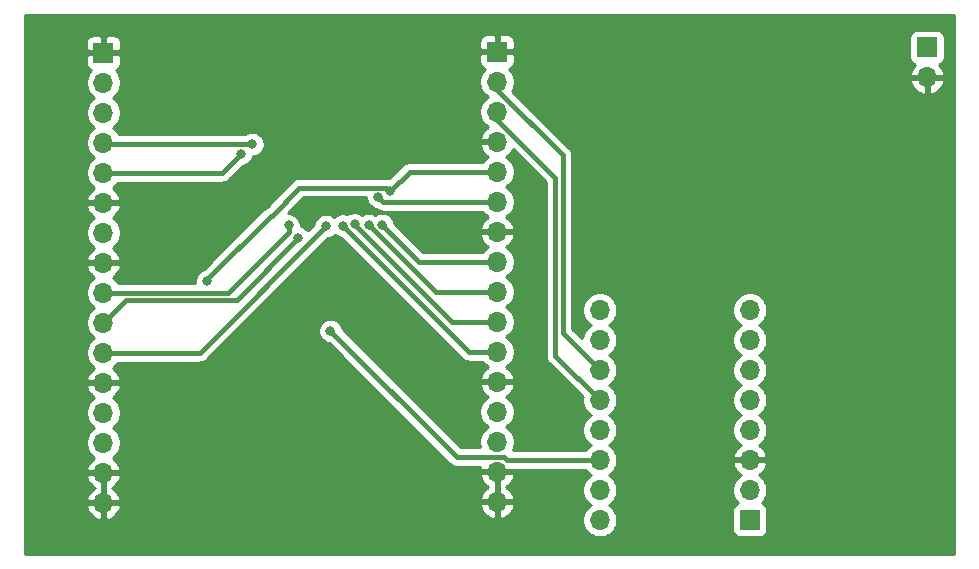
<source format=gbr>
G04 #@! TF.GenerationSoftware,KiCad,Pcbnew,(5.1.12-1-10_14)*
G04 #@! TF.CreationDate,2021-12-17T20:41:21-05:00*
G04 #@! TF.ProjectId,ClonedESP32DevBoard,436c6f6e-6564-4455-9350-333244657642,rev?*
G04 #@! TF.SameCoordinates,Original*
G04 #@! TF.FileFunction,Copper,L2,Bot*
G04 #@! TF.FilePolarity,Positive*
%FSLAX46Y46*%
G04 Gerber Fmt 4.6, Leading zero omitted, Abs format (unit mm)*
G04 Created by KiCad (PCBNEW (5.1.12-1-10_14)) date 2021-12-17 20:41:21*
%MOMM*%
%LPD*%
G01*
G04 APERTURE LIST*
G04 #@! TA.AperFunction,ComponentPad*
%ADD10O,1.700000X1.700000*%
G04 #@! TD*
G04 #@! TA.AperFunction,ComponentPad*
%ADD11R,1.700000X1.700000*%
G04 #@! TD*
G04 #@! TA.AperFunction,ViaPad*
%ADD12C,0.800000*%
G04 #@! TD*
G04 #@! TA.AperFunction,Conductor*
%ADD13C,0.400000*%
G04 #@! TD*
G04 #@! TA.AperFunction,Conductor*
%ADD14C,0.254000*%
G04 #@! TD*
G04 #@! TA.AperFunction,Conductor*
%ADD15C,0.100000*%
G04 #@! TD*
G04 APERTURE END LIST*
D10*
G04 #@! TO.P,BT1,2*
G04 #@! TO.N,GND*
X111843800Y-104167700D03*
D11*
G04 #@! TO.P,BT1,1*
G04 #@! TO.N,Net-(BT1-Pad1)*
X111843800Y-101627700D03*
G04 #@! TD*
D10*
G04 #@! TO.P,J4,16*
G04 #@! TO.N,GND*
X75433800Y-140087700D03*
G04 #@! TO.P,J4,15*
X75433800Y-137547700D03*
G04 #@! TO.P,J4,14*
G04 #@! TO.N,/GPIO19*
X75433800Y-135007700D03*
G04 #@! TO.P,J4,13*
G04 #@! TO.N,/GPIO18*
X75433800Y-132467700D03*
G04 #@! TO.P,J4,12*
G04 #@! TO.N,GND*
X75433800Y-129927700D03*
G04 #@! TO.P,J4,11*
G04 #@! TO.N,/GPIO4*
X75433800Y-127387700D03*
G04 #@! TO.P,J4,10*
G04 #@! TO.N,/GPIO5*
X75433800Y-124847700D03*
G04 #@! TO.P,J4,9*
G04 #@! TO.N,/GPIO6*
X75433800Y-122307700D03*
G04 #@! TO.P,J4,8*
G04 #@! TO.N,/GPIO7*
X75433800Y-119767700D03*
G04 #@! TO.P,J4,7*
G04 #@! TO.N,GND*
X75433800Y-117227700D03*
G04 #@! TO.P,J4,6*
G04 #@! TO.N,/GPIO8*
X75433800Y-114687700D03*
G04 #@! TO.P,J4,5*
G04 #@! TO.N,/GPIO9*
X75433800Y-112147700D03*
G04 #@! TO.P,J4,4*
G04 #@! TO.N,GND*
X75433800Y-109607700D03*
G04 #@! TO.P,J4,3*
G04 #@! TO.N,/U0RXD*
X75433800Y-107067700D03*
G04 #@! TO.P,J4,2*
G04 #@! TO.N,/U0TXD*
X75433800Y-104527700D03*
D11*
G04 #@! TO.P,J4,1*
G04 #@! TO.N,GND*
X75433800Y-101987700D03*
G04 #@! TD*
D10*
G04 #@! TO.P,J3,16*
G04 #@! TO.N,GND*
X42113800Y-140167700D03*
G04 #@! TO.P,J3,15*
X42113800Y-137627700D03*
G04 #@! TO.P,J3,14*
G04 #@! TO.N,+5V*
X42113800Y-135087700D03*
G04 #@! TO.P,J3,13*
X42113800Y-132547700D03*
G04 #@! TO.P,J3,12*
G04 #@! TO.N,GND*
X42113800Y-130007700D03*
G04 #@! TO.P,J3,11*
G04 #@! TO.N,/GPIO10*
X42113800Y-127467700D03*
G04 #@! TO.P,J3,10*
G04 #@! TO.N,/GPIO1*
X42113800Y-124927700D03*
G04 #@! TO.P,J3,9*
G04 #@! TO.N,/GPIO0*
X42113800Y-122387700D03*
G04 #@! TO.P,J3,8*
G04 #@! TO.N,GND*
X42113800Y-119847700D03*
G04 #@! TO.P,J3,7*
G04 #@! TO.N,/CHIP_PU*
X42113800Y-117307700D03*
G04 #@! TO.P,J3,6*
G04 #@! TO.N,GND*
X42113800Y-114767700D03*
G04 #@! TO.P,J3,5*
G04 #@! TO.N,/GPIO3*
X42113800Y-112227700D03*
G04 #@! TO.P,J3,4*
G04 #@! TO.N,/GPIO2*
X42113800Y-109687700D03*
G04 #@! TO.P,J3,3*
G04 #@! TO.N,+3V3*
X42113800Y-107147700D03*
G04 #@! TO.P,J3,2*
X42113800Y-104607700D03*
D11*
G04 #@! TO.P,J3,1*
G04 #@! TO.N,GND*
X42113800Y-102067700D03*
G04 #@! TD*
D10*
G04 #@! TO.P,J1,9*
G04 #@! TO.N,Net-(J1-Pad9)*
X84143800Y-123847700D03*
G04 #@! TO.P,J1,8*
G04 #@! TO.N,Net-(J1-Pad8)*
X96843800Y-123847700D03*
G04 #@! TO.P,J1,10*
G04 #@! TO.N,/RTS*
X84143800Y-126387700D03*
G04 #@! TO.P,J1,7*
G04 #@! TO.N,Net-(J1-Pad7)*
X96843800Y-126387700D03*
G04 #@! TO.P,J1,11*
G04 #@! TO.N,/U0TXD*
X84143800Y-128927700D03*
G04 #@! TO.P,J1,6*
G04 #@! TO.N,Net-(J1-Pad6)*
X96843800Y-128927700D03*
G04 #@! TO.P,J1,12*
G04 #@! TO.N,/U0RXD*
X84143800Y-131467700D03*
G04 #@! TO.P,J1,5*
G04 #@! TO.N,Net-(J1-Pad5)*
X96843800Y-131467700D03*
G04 #@! TO.P,J1,13*
G04 #@! TO.N,Net-(J1-Pad13)*
X84143800Y-134007700D03*
G04 #@! TO.P,J1,4*
G04 #@! TO.N,Net-(J1-Pad4)*
X96843800Y-134007700D03*
G04 #@! TO.P,J1,14*
G04 #@! TO.N,/DTR*
X84143800Y-136547700D03*
G04 #@! TO.P,J1,3*
G04 #@! TO.N,GND*
X96843800Y-136547700D03*
G04 #@! TO.P,J1,15*
G04 #@! TO.N,Net-(J1-Pad15)*
X84143800Y-139087700D03*
G04 #@! TO.P,J1,2*
G04 #@! TO.N,Net-(J1-Pad2)*
X96843800Y-139087700D03*
G04 #@! TO.P,J1,16*
G04 #@! TO.N,Net-(J1-Pad16)*
X84143800Y-141627700D03*
D11*
G04 #@! TO.P,J1,1*
G04 #@! TO.N,VBUS*
X96843800Y-141627700D03*
G04 #@! TD*
D12*
G04 #@! TO.N,GND*
X105823800Y-106737700D03*
X99863800Y-106117700D03*
X97113800Y-107647700D03*
X91713800Y-103557700D03*
X87313800Y-115087700D03*
X102383800Y-129667700D03*
X109483800Y-128587700D03*
X110173800Y-135237700D03*
X112813800Y-139077700D03*
X58453800Y-138577700D03*
X72603800Y-138577700D03*
X70943800Y-131607700D03*
X56643800Y-131607700D03*
X48023800Y-108667700D03*
X48023800Y-113617700D03*
X49663800Y-105167700D03*
X62573800Y-104257700D03*
X68563800Y-116837700D03*
X54413800Y-114637700D03*
G04 #@! TO.N,/GPIO9*
X66363800Y-113807700D03*
X50903800Y-121387700D03*
G04 #@! TO.N,/GPIO8*
X65383800Y-114287700D03*
G04 #@! TO.N,/DTR*
X61333800Y-125627700D03*
G04 #@! TO.N,/GPIO7*
X65685171Y-116636329D03*
G04 #@! TO.N,/GPIO6*
X64558696Y-116641225D03*
G04 #@! TO.N,/GPIO5*
X63378381Y-116600910D03*
G04 #@! TO.N,/GPIO4*
X62353800Y-116707700D03*
G04 #@! TO.N,/GPIO10*
X60963800Y-116747700D03*
G04 #@! TO.N,/GPIO1*
X58603800Y-117767700D03*
G04 #@! TO.N,/GPIO0*
X57783800Y-116697700D03*
G04 #@! TO.N,/GPIO3*
X53763800Y-110617700D03*
G04 #@! TO.N,/GPIO2*
X54723800Y-109817700D03*
G04 #@! TD*
D13*
G04 #@! TO.N,/GPIO9*
X68023800Y-112147700D02*
X75433800Y-112147700D01*
X66363800Y-113807700D02*
X68023800Y-112147700D01*
X58679799Y-113487699D02*
X66043799Y-113487699D01*
X66043799Y-113487699D02*
X66363800Y-113807700D01*
X50903800Y-121263698D02*
X50903800Y-121387700D01*
X56269799Y-115897699D02*
X50903800Y-121263698D01*
X56343801Y-115897699D02*
X56269799Y-115897699D01*
X58679799Y-113561701D02*
X56343801Y-115897699D01*
X58679799Y-113487699D02*
X58679799Y-113561701D01*
G04 #@! TO.N,/GPIO8*
X65783800Y-114687700D02*
X75433800Y-114687700D01*
X65383800Y-114287700D02*
X65783800Y-114687700D01*
G04 #@! TO.N,/U0TXD*
X75433800Y-105217698D02*
X80983800Y-110767698D01*
X75433800Y-104527700D02*
X75433800Y-105217698D01*
X80983800Y-125767700D02*
X84143800Y-128927700D01*
X80983800Y-110767698D02*
X80983800Y-125767700D01*
G04 #@! TO.N,/U0RXD*
X80383790Y-127707690D02*
X84143800Y-131467700D01*
X80383790Y-112707688D02*
X80383790Y-127707690D01*
X75433800Y-107757698D02*
X80383790Y-112707688D01*
X75433800Y-107067700D02*
X75433800Y-107757698D01*
G04 #@! TO.N,/DTR*
X72003799Y-136297699D02*
X61333800Y-125627700D01*
X76033801Y-136297699D02*
X72003799Y-136297699D01*
X76283802Y-136547700D02*
X76033801Y-136297699D01*
X84143800Y-136547700D02*
X76283802Y-136547700D01*
G04 #@! TO.N,/GPIO7*
X68816542Y-119767700D02*
X75433800Y-119767700D01*
X65685171Y-116636329D02*
X68816542Y-119767700D01*
G04 #@! TO.N,/GPIO6*
X70225171Y-122307700D02*
X75433800Y-122307700D01*
X64558696Y-116641225D02*
X70225171Y-122307700D01*
G04 #@! TO.N,/GPIO5*
X63778380Y-117000909D02*
X63787009Y-117000909D01*
X63378381Y-116600910D02*
X63778380Y-117000909D01*
X71633800Y-124847700D02*
X75433800Y-124847700D01*
X63787009Y-117000909D02*
X71633800Y-124847700D01*
G04 #@! TO.N,/GPIO4*
X73033800Y-127387700D02*
X75433800Y-127387700D01*
X62353800Y-116707700D02*
X73033800Y-127387700D01*
G04 #@! TO.N,/GPIO10*
X50243800Y-127467700D02*
X42113800Y-127467700D01*
X60963800Y-116747700D02*
X50243800Y-127467700D01*
G04 #@! TO.N,/GPIO1*
X53383790Y-122987710D02*
X44053790Y-122987710D01*
X44053790Y-122987710D02*
X42113800Y-124927700D01*
X58603800Y-117767700D02*
X53383790Y-122987710D01*
G04 #@! TO.N,/GPIO0*
X52669485Y-122387700D02*
X42113800Y-122387700D01*
X57783800Y-117273385D02*
X52669485Y-122387700D01*
X57783800Y-116707700D02*
X57783800Y-117273385D01*
G04 #@! TO.N,/GPIO3*
X52153800Y-112227700D02*
X42113800Y-112227700D01*
X53763800Y-110617700D02*
X52153800Y-112227700D01*
G04 #@! TO.N,/GPIO2*
X42243800Y-109817700D02*
X42113800Y-109687700D01*
X54723800Y-109817700D02*
X42243800Y-109817700D01*
G04 #@! TD*
D14*
G04 #@! TO.N,GND*
X114143801Y-144507700D02*
X35453800Y-144507700D01*
X35453800Y-140524590D01*
X40672324Y-140524590D01*
X40716975Y-140671799D01*
X40842159Y-140934620D01*
X41016212Y-141167969D01*
X41232445Y-141362878D01*
X41482548Y-141511857D01*
X41756909Y-141609181D01*
X41986800Y-141488514D01*
X41986800Y-140294700D01*
X42240800Y-140294700D01*
X42240800Y-141488514D01*
X42470691Y-141609181D01*
X42745052Y-141511857D01*
X42995155Y-141362878D01*
X43211388Y-141167969D01*
X43385441Y-140934620D01*
X43510625Y-140671799D01*
X43555276Y-140524590D01*
X43513058Y-140444590D01*
X73992324Y-140444590D01*
X74036975Y-140591799D01*
X74162159Y-140854620D01*
X74336212Y-141087969D01*
X74552445Y-141282878D01*
X74802548Y-141431857D01*
X75076909Y-141529181D01*
X75306800Y-141408514D01*
X75306800Y-140214700D01*
X75560800Y-140214700D01*
X75560800Y-141408514D01*
X75790691Y-141529181D01*
X76065052Y-141431857D01*
X76315155Y-141282878D01*
X76531388Y-141087969D01*
X76705441Y-140854620D01*
X76830625Y-140591799D01*
X76875276Y-140444590D01*
X76753955Y-140214700D01*
X75560800Y-140214700D01*
X75306800Y-140214700D01*
X74113645Y-140214700D01*
X73992324Y-140444590D01*
X43513058Y-140444590D01*
X43433955Y-140294700D01*
X42240800Y-140294700D01*
X41986800Y-140294700D01*
X40793645Y-140294700D01*
X40672324Y-140524590D01*
X35453800Y-140524590D01*
X35453800Y-137984590D01*
X40672324Y-137984590D01*
X40716975Y-138131799D01*
X40842159Y-138394620D01*
X41016212Y-138627969D01*
X41232445Y-138822878D01*
X41358055Y-138897700D01*
X41232445Y-138972522D01*
X41016212Y-139167431D01*
X40842159Y-139400780D01*
X40716975Y-139663601D01*
X40672324Y-139810810D01*
X40793645Y-140040700D01*
X41986800Y-140040700D01*
X41986800Y-137754700D01*
X42240800Y-137754700D01*
X42240800Y-140040700D01*
X43433955Y-140040700D01*
X43555276Y-139810810D01*
X43510625Y-139663601D01*
X43385441Y-139400780D01*
X43211388Y-139167431D01*
X42995155Y-138972522D01*
X42869545Y-138897700D01*
X42995155Y-138822878D01*
X43211388Y-138627969D01*
X43385441Y-138394620D01*
X43510625Y-138131799D01*
X43555276Y-137984590D01*
X43513058Y-137904590D01*
X73992324Y-137904590D01*
X74036975Y-138051799D01*
X74162159Y-138314620D01*
X74336212Y-138547969D01*
X74552445Y-138742878D01*
X74678055Y-138817700D01*
X74552445Y-138892522D01*
X74336212Y-139087431D01*
X74162159Y-139320780D01*
X74036975Y-139583601D01*
X73992324Y-139730810D01*
X74113645Y-139960700D01*
X75306800Y-139960700D01*
X75306800Y-137674700D01*
X75560800Y-137674700D01*
X75560800Y-139960700D01*
X76753955Y-139960700D01*
X76875276Y-139730810D01*
X76830625Y-139583601D01*
X76705441Y-139320780D01*
X76531388Y-139087431D01*
X76315155Y-138892522D01*
X76189545Y-138817700D01*
X76315155Y-138742878D01*
X76531388Y-138547969D01*
X76705441Y-138314620D01*
X76830625Y-138051799D01*
X76875276Y-137904590D01*
X76753955Y-137674700D01*
X75560800Y-137674700D01*
X75306800Y-137674700D01*
X74113645Y-137674700D01*
X73992324Y-137904590D01*
X43513058Y-137904590D01*
X43433955Y-137754700D01*
X42240800Y-137754700D01*
X41986800Y-137754700D01*
X40793645Y-137754700D01*
X40672324Y-137984590D01*
X35453800Y-137984590D01*
X35453800Y-132401440D01*
X40628800Y-132401440D01*
X40628800Y-132693960D01*
X40685868Y-132980858D01*
X40797810Y-133251111D01*
X40960325Y-133494332D01*
X41167168Y-133701175D01*
X41341560Y-133817700D01*
X41167168Y-133934225D01*
X40960325Y-134141068D01*
X40797810Y-134384289D01*
X40685868Y-134654542D01*
X40628800Y-134941440D01*
X40628800Y-135233960D01*
X40685868Y-135520858D01*
X40797810Y-135791111D01*
X40960325Y-136034332D01*
X41167168Y-136241175D01*
X41349334Y-136362895D01*
X41232445Y-136432522D01*
X41016212Y-136627431D01*
X40842159Y-136860780D01*
X40716975Y-137123601D01*
X40672324Y-137270810D01*
X40793645Y-137500700D01*
X41986800Y-137500700D01*
X41986800Y-137480700D01*
X42240800Y-137480700D01*
X42240800Y-137500700D01*
X43433955Y-137500700D01*
X43555276Y-137270810D01*
X43510625Y-137123601D01*
X43385441Y-136860780D01*
X43211388Y-136627431D01*
X42995155Y-136432522D01*
X42878266Y-136362895D01*
X43060432Y-136241175D01*
X43267275Y-136034332D01*
X43429790Y-135791111D01*
X43541732Y-135520858D01*
X43598800Y-135233960D01*
X43598800Y-134941440D01*
X43541732Y-134654542D01*
X43429790Y-134384289D01*
X43267275Y-134141068D01*
X43060432Y-133934225D01*
X42886040Y-133817700D01*
X43060432Y-133701175D01*
X43267275Y-133494332D01*
X43429790Y-133251111D01*
X43541732Y-132980858D01*
X43598800Y-132693960D01*
X43598800Y-132401440D01*
X43541732Y-132114542D01*
X43429790Y-131844289D01*
X43267275Y-131601068D01*
X43060432Y-131394225D01*
X42878266Y-131272505D01*
X42995155Y-131202878D01*
X43211388Y-131007969D01*
X43385441Y-130774620D01*
X43510625Y-130511799D01*
X43555276Y-130364590D01*
X43433955Y-130134700D01*
X42240800Y-130134700D01*
X42240800Y-130154700D01*
X41986800Y-130154700D01*
X41986800Y-130134700D01*
X40793645Y-130134700D01*
X40672324Y-130364590D01*
X40716975Y-130511799D01*
X40842159Y-130774620D01*
X41016212Y-131007969D01*
X41232445Y-131202878D01*
X41349334Y-131272505D01*
X41167168Y-131394225D01*
X40960325Y-131601068D01*
X40797810Y-131844289D01*
X40685868Y-132114542D01*
X40628800Y-132401440D01*
X35453800Y-132401440D01*
X35453800Y-122241440D01*
X40628800Y-122241440D01*
X40628800Y-122533960D01*
X40685868Y-122820858D01*
X40797810Y-123091111D01*
X40960325Y-123334332D01*
X41167168Y-123541175D01*
X41341560Y-123657700D01*
X41167168Y-123774225D01*
X40960325Y-123981068D01*
X40797810Y-124224289D01*
X40685868Y-124494542D01*
X40628800Y-124781440D01*
X40628800Y-125073960D01*
X40685868Y-125360858D01*
X40797810Y-125631111D01*
X40960325Y-125874332D01*
X41167168Y-126081175D01*
X41341560Y-126197700D01*
X41167168Y-126314225D01*
X40960325Y-126521068D01*
X40797810Y-126764289D01*
X40685868Y-127034542D01*
X40628800Y-127321440D01*
X40628800Y-127613960D01*
X40685868Y-127900858D01*
X40797810Y-128171111D01*
X40960325Y-128414332D01*
X41167168Y-128621175D01*
X41349334Y-128742895D01*
X41232445Y-128812522D01*
X41016212Y-129007431D01*
X40842159Y-129240780D01*
X40716975Y-129503601D01*
X40672324Y-129650810D01*
X40793645Y-129880700D01*
X41986800Y-129880700D01*
X41986800Y-129860700D01*
X42240800Y-129860700D01*
X42240800Y-129880700D01*
X43433955Y-129880700D01*
X43555276Y-129650810D01*
X43510625Y-129503601D01*
X43385441Y-129240780D01*
X43211388Y-129007431D01*
X42995155Y-128812522D01*
X42878266Y-128742895D01*
X43060432Y-128621175D01*
X43267275Y-128414332D01*
X43341865Y-128302700D01*
X50202782Y-128302700D01*
X50243800Y-128306740D01*
X50284818Y-128302700D01*
X50284819Y-128302700D01*
X50407489Y-128290618D01*
X50564887Y-128242872D01*
X50709946Y-128165336D01*
X50837091Y-128060991D01*
X50863246Y-128029121D01*
X61120576Y-117771792D01*
X61265698Y-117742926D01*
X61454056Y-117664905D01*
X61623574Y-117551637D01*
X61678800Y-117496411D01*
X61694026Y-117511637D01*
X61863544Y-117624905D01*
X62051902Y-117702926D01*
X62197026Y-117731793D01*
X72414363Y-127949132D01*
X72440509Y-127980991D01*
X72472368Y-128007137D01*
X72472370Y-128007139D01*
X72567654Y-128085336D01*
X72712713Y-128162872D01*
X72870111Y-128210618D01*
X73033800Y-128226740D01*
X73074818Y-128222700D01*
X74205735Y-128222700D01*
X74280325Y-128334332D01*
X74487168Y-128541175D01*
X74669334Y-128662895D01*
X74552445Y-128732522D01*
X74336212Y-128927431D01*
X74162159Y-129160780D01*
X74036975Y-129423601D01*
X73992324Y-129570810D01*
X74113645Y-129800700D01*
X75306800Y-129800700D01*
X75306800Y-129780700D01*
X75560800Y-129780700D01*
X75560800Y-129800700D01*
X76753955Y-129800700D01*
X76875276Y-129570810D01*
X76830625Y-129423601D01*
X76705441Y-129160780D01*
X76531388Y-128927431D01*
X76315155Y-128732522D01*
X76198266Y-128662895D01*
X76380432Y-128541175D01*
X76587275Y-128334332D01*
X76749790Y-128091111D01*
X76861732Y-127820858D01*
X76918800Y-127533960D01*
X76918800Y-127241440D01*
X76861732Y-126954542D01*
X76749790Y-126684289D01*
X76587275Y-126441068D01*
X76380432Y-126234225D01*
X76206040Y-126117700D01*
X76380432Y-126001175D01*
X76587275Y-125794332D01*
X76749790Y-125551111D01*
X76861732Y-125280858D01*
X76918800Y-124993960D01*
X76918800Y-124701440D01*
X76861732Y-124414542D01*
X76749790Y-124144289D01*
X76587275Y-123901068D01*
X76380432Y-123694225D01*
X76206040Y-123577700D01*
X76380432Y-123461175D01*
X76587275Y-123254332D01*
X76749790Y-123011111D01*
X76861732Y-122740858D01*
X76918800Y-122453960D01*
X76918800Y-122161440D01*
X76861732Y-121874542D01*
X76749790Y-121604289D01*
X76587275Y-121361068D01*
X76380432Y-121154225D01*
X76206040Y-121037700D01*
X76380432Y-120921175D01*
X76587275Y-120714332D01*
X76749790Y-120471111D01*
X76861732Y-120200858D01*
X76918800Y-119913960D01*
X76918800Y-119621440D01*
X76861732Y-119334542D01*
X76749790Y-119064289D01*
X76587275Y-118821068D01*
X76380432Y-118614225D01*
X76198266Y-118492505D01*
X76315155Y-118422878D01*
X76531388Y-118227969D01*
X76705441Y-117994620D01*
X76830625Y-117731799D01*
X76875276Y-117584590D01*
X76753955Y-117354700D01*
X75560800Y-117354700D01*
X75560800Y-117374700D01*
X75306800Y-117374700D01*
X75306800Y-117354700D01*
X74113645Y-117354700D01*
X73992324Y-117584590D01*
X74036975Y-117731799D01*
X74162159Y-117994620D01*
X74336212Y-118227969D01*
X74552445Y-118422878D01*
X74669334Y-118492505D01*
X74487168Y-118614225D01*
X74280325Y-118821068D01*
X74205735Y-118932700D01*
X69162410Y-118932700D01*
X66709264Y-116479554D01*
X66680397Y-116334431D01*
X66602376Y-116146073D01*
X66489108Y-115976555D01*
X66344945Y-115832392D01*
X66175427Y-115719124D01*
X65987069Y-115641103D01*
X65787110Y-115601329D01*
X65583232Y-115601329D01*
X65383273Y-115641103D01*
X65194915Y-115719124D01*
X65118270Y-115770337D01*
X65048952Y-115724020D01*
X64860594Y-115645999D01*
X64660635Y-115606225D01*
X64456757Y-115606225D01*
X64256798Y-115645999D01*
X64068440Y-115724020D01*
X63998706Y-115770614D01*
X63868637Y-115683705D01*
X63680279Y-115605684D01*
X63480320Y-115565910D01*
X63276442Y-115565910D01*
X63076483Y-115605684D01*
X62888125Y-115683705D01*
X62772599Y-115760897D01*
X62655698Y-115712474D01*
X62455739Y-115672700D01*
X62251861Y-115672700D01*
X62051902Y-115712474D01*
X61863544Y-115790495D01*
X61694026Y-115903763D01*
X61638800Y-115958989D01*
X61623574Y-115943763D01*
X61454056Y-115830495D01*
X61265698Y-115752474D01*
X61065739Y-115712700D01*
X60861861Y-115712700D01*
X60661902Y-115752474D01*
X60473544Y-115830495D01*
X60304026Y-115943763D01*
X60159863Y-116087926D01*
X60046595Y-116257444D01*
X59968574Y-116445802D01*
X59939708Y-116590924D01*
X59413733Y-117116899D01*
X59407737Y-117107926D01*
X59263574Y-116963763D01*
X59094056Y-116850495D01*
X58905698Y-116772474D01*
X58818800Y-116755189D01*
X58818800Y-116595761D01*
X58779026Y-116395802D01*
X58701005Y-116207444D01*
X58587737Y-116037926D01*
X58443574Y-115893763D01*
X58274056Y-115780495D01*
X58085698Y-115702474D01*
X57885739Y-115662700D01*
X57759667Y-115662700D01*
X59099669Y-114322699D01*
X64348800Y-114322699D01*
X64348800Y-114389639D01*
X64388574Y-114589598D01*
X64466595Y-114777956D01*
X64579863Y-114947474D01*
X64724026Y-115091637D01*
X64893544Y-115204905D01*
X65081902Y-115282926D01*
X65228366Y-115312059D01*
X65317654Y-115385336D01*
X65462713Y-115462872D01*
X65620111Y-115510618D01*
X65742781Y-115522700D01*
X65742791Y-115522700D01*
X65783799Y-115526739D01*
X65824807Y-115522700D01*
X74205735Y-115522700D01*
X74280325Y-115634332D01*
X74487168Y-115841175D01*
X74669334Y-115962895D01*
X74552445Y-116032522D01*
X74336212Y-116227431D01*
X74162159Y-116460780D01*
X74036975Y-116723601D01*
X73992324Y-116870810D01*
X74113645Y-117100700D01*
X75306800Y-117100700D01*
X75306800Y-117080700D01*
X75560800Y-117080700D01*
X75560800Y-117100700D01*
X76753955Y-117100700D01*
X76875276Y-116870810D01*
X76830625Y-116723601D01*
X76705441Y-116460780D01*
X76531388Y-116227431D01*
X76315155Y-116032522D01*
X76198266Y-115962895D01*
X76380432Y-115841175D01*
X76587275Y-115634332D01*
X76749790Y-115391111D01*
X76861732Y-115120858D01*
X76918800Y-114833960D01*
X76918800Y-114541440D01*
X76861732Y-114254542D01*
X76749790Y-113984289D01*
X76587275Y-113741068D01*
X76380432Y-113534225D01*
X76206040Y-113417700D01*
X76380432Y-113301175D01*
X76587275Y-113094332D01*
X76749790Y-112851111D01*
X76861732Y-112580858D01*
X76918800Y-112293960D01*
X76918800Y-112001440D01*
X76861732Y-111714542D01*
X76749790Y-111444289D01*
X76587275Y-111201068D01*
X76380432Y-110994225D01*
X76198266Y-110872505D01*
X76315155Y-110802878D01*
X76531388Y-110607969D01*
X76705441Y-110374620D01*
X76758487Y-110263252D01*
X79548790Y-113053556D01*
X79548791Y-127666661D01*
X79544750Y-127707690D01*
X79560872Y-127871378D01*
X79608618Y-128028776D01*
X79684698Y-128171111D01*
X79686155Y-128173836D01*
X79790500Y-128300981D01*
X79822364Y-128327131D01*
X82684993Y-131189761D01*
X82658800Y-131321440D01*
X82658800Y-131613960D01*
X82715868Y-131900858D01*
X82827810Y-132171111D01*
X82990325Y-132414332D01*
X83197168Y-132621175D01*
X83371560Y-132737700D01*
X83197168Y-132854225D01*
X82990325Y-133061068D01*
X82827810Y-133304289D01*
X82715868Y-133574542D01*
X82658800Y-133861440D01*
X82658800Y-134153960D01*
X82715868Y-134440858D01*
X82827810Y-134711111D01*
X82990325Y-134954332D01*
X83197168Y-135161175D01*
X83371560Y-135277700D01*
X83197168Y-135394225D01*
X82990325Y-135601068D01*
X82915735Y-135712700D01*
X76748728Y-135712700D01*
X76749790Y-135711111D01*
X76861732Y-135440858D01*
X76918800Y-135153960D01*
X76918800Y-134861440D01*
X76861732Y-134574542D01*
X76749790Y-134304289D01*
X76587275Y-134061068D01*
X76380432Y-133854225D01*
X76206040Y-133737700D01*
X76380432Y-133621175D01*
X76587275Y-133414332D01*
X76749790Y-133171111D01*
X76861732Y-132900858D01*
X76918800Y-132613960D01*
X76918800Y-132321440D01*
X76861732Y-132034542D01*
X76749790Y-131764289D01*
X76587275Y-131521068D01*
X76380432Y-131314225D01*
X76198266Y-131192505D01*
X76315155Y-131122878D01*
X76531388Y-130927969D01*
X76705441Y-130694620D01*
X76830625Y-130431799D01*
X76875276Y-130284590D01*
X76753955Y-130054700D01*
X75560800Y-130054700D01*
X75560800Y-130074700D01*
X75306800Y-130074700D01*
X75306800Y-130054700D01*
X74113645Y-130054700D01*
X73992324Y-130284590D01*
X74036975Y-130431799D01*
X74162159Y-130694620D01*
X74336212Y-130927969D01*
X74552445Y-131122878D01*
X74669334Y-131192505D01*
X74487168Y-131314225D01*
X74280325Y-131521068D01*
X74117810Y-131764289D01*
X74005868Y-132034542D01*
X73948800Y-132321440D01*
X73948800Y-132613960D01*
X74005868Y-132900858D01*
X74117810Y-133171111D01*
X74280325Y-133414332D01*
X74487168Y-133621175D01*
X74661560Y-133737700D01*
X74487168Y-133854225D01*
X74280325Y-134061068D01*
X74117810Y-134304289D01*
X74005868Y-134574542D01*
X73948800Y-134861440D01*
X73948800Y-135153960D01*
X74005868Y-135440858D01*
X74014915Y-135462699D01*
X72349667Y-135462699D01*
X62357893Y-125470926D01*
X62329026Y-125325802D01*
X62251005Y-125137444D01*
X62137737Y-124967926D01*
X61993574Y-124823763D01*
X61824056Y-124710495D01*
X61635698Y-124632474D01*
X61435739Y-124592700D01*
X61231861Y-124592700D01*
X61031902Y-124632474D01*
X60843544Y-124710495D01*
X60674026Y-124823763D01*
X60529863Y-124967926D01*
X60416595Y-125137444D01*
X60338574Y-125325802D01*
X60298800Y-125525761D01*
X60298800Y-125729639D01*
X60338574Y-125929598D01*
X60416595Y-126117956D01*
X60529863Y-126287474D01*
X60674026Y-126431637D01*
X60843544Y-126544905D01*
X61031902Y-126622926D01*
X61177026Y-126651793D01*
X71384358Y-136859126D01*
X71410508Y-136890990D01*
X71537653Y-136995335D01*
X71682712Y-137072871D01*
X71840110Y-137120617D01*
X71962780Y-137132699D01*
X71962790Y-137132699D01*
X72003798Y-137136738D01*
X72044806Y-137132699D01*
X74009950Y-137132699D01*
X73992324Y-137190810D01*
X74113645Y-137420700D01*
X75306800Y-137420700D01*
X75306800Y-137400700D01*
X75560800Y-137400700D01*
X75560800Y-137420700D01*
X76753955Y-137420700D01*
X76774009Y-137382700D01*
X82915735Y-137382700D01*
X82990325Y-137494332D01*
X83197168Y-137701175D01*
X83371560Y-137817700D01*
X83197168Y-137934225D01*
X82990325Y-138141068D01*
X82827810Y-138384289D01*
X82715868Y-138654542D01*
X82658800Y-138941440D01*
X82658800Y-139233960D01*
X82715868Y-139520858D01*
X82827810Y-139791111D01*
X82990325Y-140034332D01*
X83197168Y-140241175D01*
X83371560Y-140357700D01*
X83197168Y-140474225D01*
X82990325Y-140681068D01*
X82827810Y-140924289D01*
X82715868Y-141194542D01*
X82658800Y-141481440D01*
X82658800Y-141773960D01*
X82715868Y-142060858D01*
X82827810Y-142331111D01*
X82990325Y-142574332D01*
X83197168Y-142781175D01*
X83440389Y-142943690D01*
X83710642Y-143055632D01*
X83997540Y-143112700D01*
X84290060Y-143112700D01*
X84576958Y-143055632D01*
X84847211Y-142943690D01*
X85090432Y-142781175D01*
X85297275Y-142574332D01*
X85459790Y-142331111D01*
X85571732Y-142060858D01*
X85628800Y-141773960D01*
X85628800Y-141481440D01*
X85571732Y-141194542D01*
X85459790Y-140924289D01*
X85361843Y-140777700D01*
X95355728Y-140777700D01*
X95355728Y-142477700D01*
X95367988Y-142602182D01*
X95404298Y-142721880D01*
X95463263Y-142832194D01*
X95542615Y-142928885D01*
X95639306Y-143008237D01*
X95749620Y-143067202D01*
X95869318Y-143103512D01*
X95993800Y-143115772D01*
X97693800Y-143115772D01*
X97818282Y-143103512D01*
X97937980Y-143067202D01*
X98048294Y-143008237D01*
X98144985Y-142928885D01*
X98224337Y-142832194D01*
X98283302Y-142721880D01*
X98319612Y-142602182D01*
X98331872Y-142477700D01*
X98331872Y-140777700D01*
X98319612Y-140653218D01*
X98283302Y-140533520D01*
X98224337Y-140423206D01*
X98144985Y-140326515D01*
X98048294Y-140247163D01*
X97937980Y-140188198D01*
X97865420Y-140166187D01*
X97997275Y-140034332D01*
X98159790Y-139791111D01*
X98271732Y-139520858D01*
X98328800Y-139233960D01*
X98328800Y-138941440D01*
X98271732Y-138654542D01*
X98159790Y-138384289D01*
X97997275Y-138141068D01*
X97790432Y-137934225D01*
X97608266Y-137812505D01*
X97725155Y-137742878D01*
X97941388Y-137547969D01*
X98115441Y-137314620D01*
X98240625Y-137051799D01*
X98285276Y-136904590D01*
X98163955Y-136674700D01*
X96970800Y-136674700D01*
X96970800Y-136694700D01*
X96716800Y-136694700D01*
X96716800Y-136674700D01*
X95523645Y-136674700D01*
X95402324Y-136904590D01*
X95446975Y-137051799D01*
X95572159Y-137314620D01*
X95746212Y-137547969D01*
X95962445Y-137742878D01*
X96079334Y-137812505D01*
X95897168Y-137934225D01*
X95690325Y-138141068D01*
X95527810Y-138384289D01*
X95415868Y-138654542D01*
X95358800Y-138941440D01*
X95358800Y-139233960D01*
X95415868Y-139520858D01*
X95527810Y-139791111D01*
X95690325Y-140034332D01*
X95822180Y-140166187D01*
X95749620Y-140188198D01*
X95639306Y-140247163D01*
X95542615Y-140326515D01*
X95463263Y-140423206D01*
X95404298Y-140533520D01*
X95367988Y-140653218D01*
X95355728Y-140777700D01*
X85361843Y-140777700D01*
X85297275Y-140681068D01*
X85090432Y-140474225D01*
X84916040Y-140357700D01*
X85090432Y-140241175D01*
X85297275Y-140034332D01*
X85459790Y-139791111D01*
X85571732Y-139520858D01*
X85628800Y-139233960D01*
X85628800Y-138941440D01*
X85571732Y-138654542D01*
X85459790Y-138384289D01*
X85297275Y-138141068D01*
X85090432Y-137934225D01*
X84916040Y-137817700D01*
X85090432Y-137701175D01*
X85297275Y-137494332D01*
X85459790Y-137251111D01*
X85571732Y-136980858D01*
X85628800Y-136693960D01*
X85628800Y-136401440D01*
X85571732Y-136114542D01*
X85459790Y-135844289D01*
X85297275Y-135601068D01*
X85090432Y-135394225D01*
X84916040Y-135277700D01*
X85090432Y-135161175D01*
X85297275Y-134954332D01*
X85459790Y-134711111D01*
X85571732Y-134440858D01*
X85628800Y-134153960D01*
X85628800Y-133861440D01*
X85571732Y-133574542D01*
X85459790Y-133304289D01*
X85297275Y-133061068D01*
X85090432Y-132854225D01*
X84916040Y-132737700D01*
X85090432Y-132621175D01*
X85297275Y-132414332D01*
X85459790Y-132171111D01*
X85571732Y-131900858D01*
X85628800Y-131613960D01*
X85628800Y-131321440D01*
X85571732Y-131034542D01*
X85459790Y-130764289D01*
X85297275Y-130521068D01*
X85090432Y-130314225D01*
X84916040Y-130197700D01*
X85090432Y-130081175D01*
X85297275Y-129874332D01*
X85459790Y-129631111D01*
X85571732Y-129360858D01*
X85628800Y-129073960D01*
X85628800Y-128781440D01*
X85571732Y-128494542D01*
X85459790Y-128224289D01*
X85297275Y-127981068D01*
X85090432Y-127774225D01*
X84916040Y-127657700D01*
X85090432Y-127541175D01*
X85297275Y-127334332D01*
X85459790Y-127091111D01*
X85571732Y-126820858D01*
X85628800Y-126533960D01*
X85628800Y-126241440D01*
X85571732Y-125954542D01*
X85459790Y-125684289D01*
X85297275Y-125441068D01*
X85090432Y-125234225D01*
X84916040Y-125117700D01*
X85090432Y-125001175D01*
X85297275Y-124794332D01*
X85459790Y-124551111D01*
X85571732Y-124280858D01*
X85628800Y-123993960D01*
X85628800Y-123701440D01*
X95358800Y-123701440D01*
X95358800Y-123993960D01*
X95415868Y-124280858D01*
X95527810Y-124551111D01*
X95690325Y-124794332D01*
X95897168Y-125001175D01*
X96071560Y-125117700D01*
X95897168Y-125234225D01*
X95690325Y-125441068D01*
X95527810Y-125684289D01*
X95415868Y-125954542D01*
X95358800Y-126241440D01*
X95358800Y-126533960D01*
X95415868Y-126820858D01*
X95527810Y-127091111D01*
X95690325Y-127334332D01*
X95897168Y-127541175D01*
X96071560Y-127657700D01*
X95897168Y-127774225D01*
X95690325Y-127981068D01*
X95527810Y-128224289D01*
X95415868Y-128494542D01*
X95358800Y-128781440D01*
X95358800Y-129073960D01*
X95415868Y-129360858D01*
X95527810Y-129631111D01*
X95690325Y-129874332D01*
X95897168Y-130081175D01*
X96071560Y-130197700D01*
X95897168Y-130314225D01*
X95690325Y-130521068D01*
X95527810Y-130764289D01*
X95415868Y-131034542D01*
X95358800Y-131321440D01*
X95358800Y-131613960D01*
X95415868Y-131900858D01*
X95527810Y-132171111D01*
X95690325Y-132414332D01*
X95897168Y-132621175D01*
X96071560Y-132737700D01*
X95897168Y-132854225D01*
X95690325Y-133061068D01*
X95527810Y-133304289D01*
X95415868Y-133574542D01*
X95358800Y-133861440D01*
X95358800Y-134153960D01*
X95415868Y-134440858D01*
X95527810Y-134711111D01*
X95690325Y-134954332D01*
X95897168Y-135161175D01*
X96079334Y-135282895D01*
X95962445Y-135352522D01*
X95746212Y-135547431D01*
X95572159Y-135780780D01*
X95446975Y-136043601D01*
X95402324Y-136190810D01*
X95523645Y-136420700D01*
X96716800Y-136420700D01*
X96716800Y-136400700D01*
X96970800Y-136400700D01*
X96970800Y-136420700D01*
X98163955Y-136420700D01*
X98285276Y-136190810D01*
X98240625Y-136043601D01*
X98115441Y-135780780D01*
X97941388Y-135547431D01*
X97725155Y-135352522D01*
X97608266Y-135282895D01*
X97790432Y-135161175D01*
X97997275Y-134954332D01*
X98159790Y-134711111D01*
X98271732Y-134440858D01*
X98328800Y-134153960D01*
X98328800Y-133861440D01*
X98271732Y-133574542D01*
X98159790Y-133304289D01*
X97997275Y-133061068D01*
X97790432Y-132854225D01*
X97616040Y-132737700D01*
X97790432Y-132621175D01*
X97997275Y-132414332D01*
X98159790Y-132171111D01*
X98271732Y-131900858D01*
X98328800Y-131613960D01*
X98328800Y-131321440D01*
X98271732Y-131034542D01*
X98159790Y-130764289D01*
X97997275Y-130521068D01*
X97790432Y-130314225D01*
X97616040Y-130197700D01*
X97790432Y-130081175D01*
X97997275Y-129874332D01*
X98159790Y-129631111D01*
X98271732Y-129360858D01*
X98328800Y-129073960D01*
X98328800Y-128781440D01*
X98271732Y-128494542D01*
X98159790Y-128224289D01*
X97997275Y-127981068D01*
X97790432Y-127774225D01*
X97616040Y-127657700D01*
X97790432Y-127541175D01*
X97997275Y-127334332D01*
X98159790Y-127091111D01*
X98271732Y-126820858D01*
X98328800Y-126533960D01*
X98328800Y-126241440D01*
X98271732Y-125954542D01*
X98159790Y-125684289D01*
X97997275Y-125441068D01*
X97790432Y-125234225D01*
X97616040Y-125117700D01*
X97790432Y-125001175D01*
X97997275Y-124794332D01*
X98159790Y-124551111D01*
X98271732Y-124280858D01*
X98328800Y-123993960D01*
X98328800Y-123701440D01*
X98271732Y-123414542D01*
X98159790Y-123144289D01*
X97997275Y-122901068D01*
X97790432Y-122694225D01*
X97547211Y-122531710D01*
X97276958Y-122419768D01*
X96990060Y-122362700D01*
X96697540Y-122362700D01*
X96410642Y-122419768D01*
X96140389Y-122531710D01*
X95897168Y-122694225D01*
X95690325Y-122901068D01*
X95527810Y-123144289D01*
X95415868Y-123414542D01*
X95358800Y-123701440D01*
X85628800Y-123701440D01*
X85571732Y-123414542D01*
X85459790Y-123144289D01*
X85297275Y-122901068D01*
X85090432Y-122694225D01*
X84847211Y-122531710D01*
X84576958Y-122419768D01*
X84290060Y-122362700D01*
X83997540Y-122362700D01*
X83710642Y-122419768D01*
X83440389Y-122531710D01*
X83197168Y-122694225D01*
X82990325Y-122901068D01*
X82827810Y-123144289D01*
X82715868Y-123414542D01*
X82658800Y-123701440D01*
X82658800Y-123993960D01*
X82715868Y-124280858D01*
X82827810Y-124551111D01*
X82990325Y-124794332D01*
X83197168Y-125001175D01*
X83371560Y-125117700D01*
X83197168Y-125234225D01*
X82990325Y-125441068D01*
X82827810Y-125684289D01*
X82715868Y-125954542D01*
X82658800Y-126241440D01*
X82658800Y-126261832D01*
X81818800Y-125421833D01*
X81818800Y-110808705D01*
X81822839Y-110767697D01*
X81818800Y-110726689D01*
X81818800Y-110726679D01*
X81806718Y-110604009D01*
X81758972Y-110446611D01*
X81681436Y-110301552D01*
X81577091Y-110174407D01*
X81545228Y-110148258D01*
X76701040Y-105304071D01*
X76749790Y-105231111D01*
X76861732Y-104960858D01*
X76918800Y-104673960D01*
X76918800Y-104524590D01*
X110402324Y-104524590D01*
X110446975Y-104671799D01*
X110572159Y-104934620D01*
X110746212Y-105167969D01*
X110962445Y-105362878D01*
X111212548Y-105511857D01*
X111486909Y-105609181D01*
X111716800Y-105488514D01*
X111716800Y-104294700D01*
X111970800Y-104294700D01*
X111970800Y-105488514D01*
X112200691Y-105609181D01*
X112475052Y-105511857D01*
X112725155Y-105362878D01*
X112941388Y-105167969D01*
X113115441Y-104934620D01*
X113240625Y-104671799D01*
X113285276Y-104524590D01*
X113163955Y-104294700D01*
X111970800Y-104294700D01*
X111716800Y-104294700D01*
X110523645Y-104294700D01*
X110402324Y-104524590D01*
X76918800Y-104524590D01*
X76918800Y-104381440D01*
X76861732Y-104094542D01*
X76749790Y-103824289D01*
X76587275Y-103581068D01*
X76455420Y-103449213D01*
X76527980Y-103427202D01*
X76638294Y-103368237D01*
X76734985Y-103288885D01*
X76814337Y-103192194D01*
X76873302Y-103081880D01*
X76909612Y-102962182D01*
X76921872Y-102837700D01*
X76918800Y-102273450D01*
X76760050Y-102114700D01*
X75560800Y-102114700D01*
X75560800Y-102134700D01*
X75306800Y-102134700D01*
X75306800Y-102114700D01*
X74107550Y-102114700D01*
X73948800Y-102273450D01*
X73945728Y-102837700D01*
X73957988Y-102962182D01*
X73994298Y-103081880D01*
X74053263Y-103192194D01*
X74132615Y-103288885D01*
X74229306Y-103368237D01*
X74339620Y-103427202D01*
X74412180Y-103449213D01*
X74280325Y-103581068D01*
X74117810Y-103824289D01*
X74005868Y-104094542D01*
X73948800Y-104381440D01*
X73948800Y-104673960D01*
X74005868Y-104960858D01*
X74117810Y-105231111D01*
X74280325Y-105474332D01*
X74487168Y-105681175D01*
X74661560Y-105797700D01*
X74487168Y-105914225D01*
X74280325Y-106121068D01*
X74117810Y-106364289D01*
X74005868Y-106634542D01*
X73948800Y-106921440D01*
X73948800Y-107213960D01*
X74005868Y-107500858D01*
X74117810Y-107771111D01*
X74280325Y-108014332D01*
X74487168Y-108221175D01*
X74669334Y-108342895D01*
X74552445Y-108412522D01*
X74336212Y-108607431D01*
X74162159Y-108840780D01*
X74036975Y-109103601D01*
X73992324Y-109250810D01*
X74113645Y-109480700D01*
X75306800Y-109480700D01*
X75306800Y-109460700D01*
X75560800Y-109460700D01*
X75560800Y-109480700D01*
X75580800Y-109480700D01*
X75580800Y-109734700D01*
X75560800Y-109734700D01*
X75560800Y-109754700D01*
X75306800Y-109754700D01*
X75306800Y-109734700D01*
X74113645Y-109734700D01*
X73992324Y-109964590D01*
X74036975Y-110111799D01*
X74162159Y-110374620D01*
X74336212Y-110607969D01*
X74552445Y-110802878D01*
X74669334Y-110872505D01*
X74487168Y-110994225D01*
X74280325Y-111201068D01*
X74205735Y-111312700D01*
X68064818Y-111312700D01*
X68023800Y-111308660D01*
X67982782Y-111312700D01*
X67982781Y-111312700D01*
X67860111Y-111324782D01*
X67702713Y-111372528D01*
X67557654Y-111450064D01*
X67430509Y-111554409D01*
X67404363Y-111586268D01*
X66298303Y-112692329D01*
X66207488Y-112664781D01*
X66084818Y-112652699D01*
X66084817Y-112652699D01*
X66043799Y-112648659D01*
X66002781Y-112652699D01*
X58720817Y-112652699D01*
X58679799Y-112648659D01*
X58638780Y-112652699D01*
X58516110Y-112664781D01*
X58358712Y-112712527D01*
X58213653Y-112790063D01*
X58086508Y-112894408D01*
X57982163Y-113021553D01*
X57916807Y-113143825D01*
X55925927Y-115134706D01*
X55803653Y-115200063D01*
X55676508Y-115304408D01*
X55650362Y-115336267D01*
X50588680Y-120397951D01*
X50413544Y-120470495D01*
X50244026Y-120583763D01*
X50099863Y-120727926D01*
X49986595Y-120897444D01*
X49908574Y-121085802D01*
X49868800Y-121285761D01*
X49868800Y-121489639D01*
X49881344Y-121552700D01*
X43341865Y-121552700D01*
X43267275Y-121441068D01*
X43060432Y-121234225D01*
X42878266Y-121112505D01*
X42995155Y-121042878D01*
X43211388Y-120847969D01*
X43385441Y-120614620D01*
X43510625Y-120351799D01*
X43555276Y-120204590D01*
X43433955Y-119974700D01*
X42240800Y-119974700D01*
X42240800Y-119994700D01*
X41986800Y-119994700D01*
X41986800Y-119974700D01*
X40793645Y-119974700D01*
X40672324Y-120204590D01*
X40716975Y-120351799D01*
X40842159Y-120614620D01*
X41016212Y-120847969D01*
X41232445Y-121042878D01*
X41349334Y-121112505D01*
X41167168Y-121234225D01*
X40960325Y-121441068D01*
X40797810Y-121684289D01*
X40685868Y-121954542D01*
X40628800Y-122241440D01*
X35453800Y-122241440D01*
X35453800Y-117161440D01*
X40628800Y-117161440D01*
X40628800Y-117453960D01*
X40685868Y-117740858D01*
X40797810Y-118011111D01*
X40960325Y-118254332D01*
X41167168Y-118461175D01*
X41349334Y-118582895D01*
X41232445Y-118652522D01*
X41016212Y-118847431D01*
X40842159Y-119080780D01*
X40716975Y-119343601D01*
X40672324Y-119490810D01*
X40793645Y-119720700D01*
X41986800Y-119720700D01*
X41986800Y-119700700D01*
X42240800Y-119700700D01*
X42240800Y-119720700D01*
X43433955Y-119720700D01*
X43555276Y-119490810D01*
X43510625Y-119343601D01*
X43385441Y-119080780D01*
X43211388Y-118847431D01*
X42995155Y-118652522D01*
X42878266Y-118582895D01*
X43060432Y-118461175D01*
X43267275Y-118254332D01*
X43429790Y-118011111D01*
X43541732Y-117740858D01*
X43598800Y-117453960D01*
X43598800Y-117161440D01*
X43541732Y-116874542D01*
X43429790Y-116604289D01*
X43267275Y-116361068D01*
X43060432Y-116154225D01*
X42878266Y-116032505D01*
X42995155Y-115962878D01*
X43211388Y-115767969D01*
X43385441Y-115534620D01*
X43510625Y-115271799D01*
X43555276Y-115124590D01*
X43433955Y-114894700D01*
X42240800Y-114894700D01*
X42240800Y-114914700D01*
X41986800Y-114914700D01*
X41986800Y-114894700D01*
X40793645Y-114894700D01*
X40672324Y-115124590D01*
X40716975Y-115271799D01*
X40842159Y-115534620D01*
X41016212Y-115767969D01*
X41232445Y-115962878D01*
X41349334Y-116032505D01*
X41167168Y-116154225D01*
X40960325Y-116361068D01*
X40797810Y-116604289D01*
X40685868Y-116874542D01*
X40628800Y-117161440D01*
X35453800Y-117161440D01*
X35453800Y-102917700D01*
X40625728Y-102917700D01*
X40637988Y-103042182D01*
X40674298Y-103161880D01*
X40733263Y-103272194D01*
X40812615Y-103368885D01*
X40909306Y-103448237D01*
X41019620Y-103507202D01*
X41092180Y-103529213D01*
X40960325Y-103661068D01*
X40797810Y-103904289D01*
X40685868Y-104174542D01*
X40628800Y-104461440D01*
X40628800Y-104753960D01*
X40685868Y-105040858D01*
X40797810Y-105311111D01*
X40960325Y-105554332D01*
X41167168Y-105761175D01*
X41341560Y-105877700D01*
X41167168Y-105994225D01*
X40960325Y-106201068D01*
X40797810Y-106444289D01*
X40685868Y-106714542D01*
X40628800Y-107001440D01*
X40628800Y-107293960D01*
X40685868Y-107580858D01*
X40797810Y-107851111D01*
X40960325Y-108094332D01*
X41167168Y-108301175D01*
X41341560Y-108417700D01*
X41167168Y-108534225D01*
X40960325Y-108741068D01*
X40797810Y-108984289D01*
X40685868Y-109254542D01*
X40628800Y-109541440D01*
X40628800Y-109833960D01*
X40685868Y-110120858D01*
X40797810Y-110391111D01*
X40960325Y-110634332D01*
X41167168Y-110841175D01*
X41341560Y-110957700D01*
X41167168Y-111074225D01*
X40960325Y-111281068D01*
X40797810Y-111524289D01*
X40685868Y-111794542D01*
X40628800Y-112081440D01*
X40628800Y-112373960D01*
X40685868Y-112660858D01*
X40797810Y-112931111D01*
X40960325Y-113174332D01*
X41167168Y-113381175D01*
X41349334Y-113502895D01*
X41232445Y-113572522D01*
X41016212Y-113767431D01*
X40842159Y-114000780D01*
X40716975Y-114263601D01*
X40672324Y-114410810D01*
X40793645Y-114640700D01*
X41986800Y-114640700D01*
X41986800Y-114620700D01*
X42240800Y-114620700D01*
X42240800Y-114640700D01*
X43433955Y-114640700D01*
X43555276Y-114410810D01*
X43510625Y-114263601D01*
X43385441Y-114000780D01*
X43211388Y-113767431D01*
X42995155Y-113572522D01*
X42878266Y-113502895D01*
X43060432Y-113381175D01*
X43267275Y-113174332D01*
X43341865Y-113062700D01*
X52112782Y-113062700D01*
X52153800Y-113066740D01*
X52194818Y-113062700D01*
X52194819Y-113062700D01*
X52317489Y-113050618D01*
X52474887Y-113002872D01*
X52619946Y-112925336D01*
X52747091Y-112820991D01*
X52773246Y-112789121D01*
X53920576Y-111641792D01*
X54065698Y-111612926D01*
X54254056Y-111534905D01*
X54423574Y-111421637D01*
X54567737Y-111277474D01*
X54681005Y-111107956D01*
X54759026Y-110919598D01*
X54772333Y-110852700D01*
X54825739Y-110852700D01*
X55025698Y-110812926D01*
X55214056Y-110734905D01*
X55383574Y-110621637D01*
X55527737Y-110477474D01*
X55641005Y-110307956D01*
X55719026Y-110119598D01*
X55758800Y-109919639D01*
X55758800Y-109715761D01*
X55719026Y-109515802D01*
X55641005Y-109327444D01*
X55527737Y-109157926D01*
X55383574Y-109013763D01*
X55214056Y-108900495D01*
X55025698Y-108822474D01*
X54825739Y-108782700D01*
X54621861Y-108782700D01*
X54421902Y-108822474D01*
X54233544Y-108900495D01*
X54110515Y-108982700D01*
X43428728Y-108982700D01*
X43267275Y-108741068D01*
X43060432Y-108534225D01*
X42886040Y-108417700D01*
X43060432Y-108301175D01*
X43267275Y-108094332D01*
X43429790Y-107851111D01*
X43541732Y-107580858D01*
X43598800Y-107293960D01*
X43598800Y-107001440D01*
X43541732Y-106714542D01*
X43429790Y-106444289D01*
X43267275Y-106201068D01*
X43060432Y-105994225D01*
X42886040Y-105877700D01*
X43060432Y-105761175D01*
X43267275Y-105554332D01*
X43429790Y-105311111D01*
X43541732Y-105040858D01*
X43598800Y-104753960D01*
X43598800Y-104461440D01*
X43541732Y-104174542D01*
X43429790Y-103904289D01*
X43267275Y-103661068D01*
X43135420Y-103529213D01*
X43207980Y-103507202D01*
X43318294Y-103448237D01*
X43414985Y-103368885D01*
X43494337Y-103272194D01*
X43553302Y-103161880D01*
X43589612Y-103042182D01*
X43601872Y-102917700D01*
X43598800Y-102353450D01*
X43440050Y-102194700D01*
X42240800Y-102194700D01*
X42240800Y-102214700D01*
X41986800Y-102214700D01*
X41986800Y-102194700D01*
X40787550Y-102194700D01*
X40628800Y-102353450D01*
X40625728Y-102917700D01*
X35453800Y-102917700D01*
X35453800Y-101217700D01*
X40625728Y-101217700D01*
X40628800Y-101781950D01*
X40787550Y-101940700D01*
X41986800Y-101940700D01*
X41986800Y-100741450D01*
X42240800Y-100741450D01*
X42240800Y-101940700D01*
X43440050Y-101940700D01*
X43598800Y-101781950D01*
X43601872Y-101217700D01*
X43593993Y-101137700D01*
X73945728Y-101137700D01*
X73948800Y-101701950D01*
X74107550Y-101860700D01*
X75306800Y-101860700D01*
X75306800Y-100661450D01*
X75560800Y-100661450D01*
X75560800Y-101860700D01*
X76760050Y-101860700D01*
X76918800Y-101701950D01*
X76921872Y-101137700D01*
X76909612Y-101013218D01*
X76873302Y-100893520D01*
X76814337Y-100783206D01*
X76809819Y-100777700D01*
X110355728Y-100777700D01*
X110355728Y-102477700D01*
X110367988Y-102602182D01*
X110404298Y-102721880D01*
X110463263Y-102832194D01*
X110542615Y-102928885D01*
X110639306Y-103008237D01*
X110749620Y-103067202D01*
X110830266Y-103091666D01*
X110746212Y-103167431D01*
X110572159Y-103400780D01*
X110446975Y-103663601D01*
X110402324Y-103810810D01*
X110523645Y-104040700D01*
X111716800Y-104040700D01*
X111716800Y-104020700D01*
X111970800Y-104020700D01*
X111970800Y-104040700D01*
X113163955Y-104040700D01*
X113285276Y-103810810D01*
X113240625Y-103663601D01*
X113115441Y-103400780D01*
X112941388Y-103167431D01*
X112857334Y-103091666D01*
X112937980Y-103067202D01*
X113048294Y-103008237D01*
X113144985Y-102928885D01*
X113224337Y-102832194D01*
X113283302Y-102721880D01*
X113319612Y-102602182D01*
X113331872Y-102477700D01*
X113331872Y-100777700D01*
X113319612Y-100653218D01*
X113283302Y-100533520D01*
X113224337Y-100423206D01*
X113144985Y-100326515D01*
X113048294Y-100247163D01*
X112937980Y-100188198D01*
X112818282Y-100151888D01*
X112693800Y-100139628D01*
X110993800Y-100139628D01*
X110869318Y-100151888D01*
X110749620Y-100188198D01*
X110639306Y-100247163D01*
X110542615Y-100326515D01*
X110463263Y-100423206D01*
X110404298Y-100533520D01*
X110367988Y-100653218D01*
X110355728Y-100777700D01*
X76809819Y-100777700D01*
X76734985Y-100686515D01*
X76638294Y-100607163D01*
X76527980Y-100548198D01*
X76408282Y-100511888D01*
X76283800Y-100499628D01*
X75719550Y-100502700D01*
X75560800Y-100661450D01*
X75306800Y-100661450D01*
X75148050Y-100502700D01*
X74583800Y-100499628D01*
X74459318Y-100511888D01*
X74339620Y-100548198D01*
X74229306Y-100607163D01*
X74132615Y-100686515D01*
X74053263Y-100783206D01*
X73994298Y-100893520D01*
X73957988Y-101013218D01*
X73945728Y-101137700D01*
X43593993Y-101137700D01*
X43589612Y-101093218D01*
X43553302Y-100973520D01*
X43494337Y-100863206D01*
X43414985Y-100766515D01*
X43318294Y-100687163D01*
X43207980Y-100628198D01*
X43088282Y-100591888D01*
X42963800Y-100579628D01*
X42399550Y-100582700D01*
X42240800Y-100741450D01*
X41986800Y-100741450D01*
X41828050Y-100582700D01*
X41263800Y-100579628D01*
X41139318Y-100591888D01*
X41019620Y-100628198D01*
X40909306Y-100687163D01*
X40812615Y-100766515D01*
X40733263Y-100863206D01*
X40674298Y-100973520D01*
X40637988Y-101093218D01*
X40625728Y-101217700D01*
X35453800Y-101217700D01*
X35453800Y-98837700D01*
X114143800Y-98837700D01*
X114143801Y-144507700D01*
G04 #@! TA.AperFunction,Conductor*
D15*
G36*
X114143801Y-144507700D02*
G01*
X35453800Y-144507700D01*
X35453800Y-140524590D01*
X40672324Y-140524590D01*
X40716975Y-140671799D01*
X40842159Y-140934620D01*
X41016212Y-141167969D01*
X41232445Y-141362878D01*
X41482548Y-141511857D01*
X41756909Y-141609181D01*
X41986800Y-141488514D01*
X41986800Y-140294700D01*
X42240800Y-140294700D01*
X42240800Y-141488514D01*
X42470691Y-141609181D01*
X42745052Y-141511857D01*
X42995155Y-141362878D01*
X43211388Y-141167969D01*
X43385441Y-140934620D01*
X43510625Y-140671799D01*
X43555276Y-140524590D01*
X43513058Y-140444590D01*
X73992324Y-140444590D01*
X74036975Y-140591799D01*
X74162159Y-140854620D01*
X74336212Y-141087969D01*
X74552445Y-141282878D01*
X74802548Y-141431857D01*
X75076909Y-141529181D01*
X75306800Y-141408514D01*
X75306800Y-140214700D01*
X75560800Y-140214700D01*
X75560800Y-141408514D01*
X75790691Y-141529181D01*
X76065052Y-141431857D01*
X76315155Y-141282878D01*
X76531388Y-141087969D01*
X76705441Y-140854620D01*
X76830625Y-140591799D01*
X76875276Y-140444590D01*
X76753955Y-140214700D01*
X75560800Y-140214700D01*
X75306800Y-140214700D01*
X74113645Y-140214700D01*
X73992324Y-140444590D01*
X43513058Y-140444590D01*
X43433955Y-140294700D01*
X42240800Y-140294700D01*
X41986800Y-140294700D01*
X40793645Y-140294700D01*
X40672324Y-140524590D01*
X35453800Y-140524590D01*
X35453800Y-137984590D01*
X40672324Y-137984590D01*
X40716975Y-138131799D01*
X40842159Y-138394620D01*
X41016212Y-138627969D01*
X41232445Y-138822878D01*
X41358055Y-138897700D01*
X41232445Y-138972522D01*
X41016212Y-139167431D01*
X40842159Y-139400780D01*
X40716975Y-139663601D01*
X40672324Y-139810810D01*
X40793645Y-140040700D01*
X41986800Y-140040700D01*
X41986800Y-137754700D01*
X42240800Y-137754700D01*
X42240800Y-140040700D01*
X43433955Y-140040700D01*
X43555276Y-139810810D01*
X43510625Y-139663601D01*
X43385441Y-139400780D01*
X43211388Y-139167431D01*
X42995155Y-138972522D01*
X42869545Y-138897700D01*
X42995155Y-138822878D01*
X43211388Y-138627969D01*
X43385441Y-138394620D01*
X43510625Y-138131799D01*
X43555276Y-137984590D01*
X43513058Y-137904590D01*
X73992324Y-137904590D01*
X74036975Y-138051799D01*
X74162159Y-138314620D01*
X74336212Y-138547969D01*
X74552445Y-138742878D01*
X74678055Y-138817700D01*
X74552445Y-138892522D01*
X74336212Y-139087431D01*
X74162159Y-139320780D01*
X74036975Y-139583601D01*
X73992324Y-139730810D01*
X74113645Y-139960700D01*
X75306800Y-139960700D01*
X75306800Y-137674700D01*
X75560800Y-137674700D01*
X75560800Y-139960700D01*
X76753955Y-139960700D01*
X76875276Y-139730810D01*
X76830625Y-139583601D01*
X76705441Y-139320780D01*
X76531388Y-139087431D01*
X76315155Y-138892522D01*
X76189545Y-138817700D01*
X76315155Y-138742878D01*
X76531388Y-138547969D01*
X76705441Y-138314620D01*
X76830625Y-138051799D01*
X76875276Y-137904590D01*
X76753955Y-137674700D01*
X75560800Y-137674700D01*
X75306800Y-137674700D01*
X74113645Y-137674700D01*
X73992324Y-137904590D01*
X43513058Y-137904590D01*
X43433955Y-137754700D01*
X42240800Y-137754700D01*
X41986800Y-137754700D01*
X40793645Y-137754700D01*
X40672324Y-137984590D01*
X35453800Y-137984590D01*
X35453800Y-132401440D01*
X40628800Y-132401440D01*
X40628800Y-132693960D01*
X40685868Y-132980858D01*
X40797810Y-133251111D01*
X40960325Y-133494332D01*
X41167168Y-133701175D01*
X41341560Y-133817700D01*
X41167168Y-133934225D01*
X40960325Y-134141068D01*
X40797810Y-134384289D01*
X40685868Y-134654542D01*
X40628800Y-134941440D01*
X40628800Y-135233960D01*
X40685868Y-135520858D01*
X40797810Y-135791111D01*
X40960325Y-136034332D01*
X41167168Y-136241175D01*
X41349334Y-136362895D01*
X41232445Y-136432522D01*
X41016212Y-136627431D01*
X40842159Y-136860780D01*
X40716975Y-137123601D01*
X40672324Y-137270810D01*
X40793645Y-137500700D01*
X41986800Y-137500700D01*
X41986800Y-137480700D01*
X42240800Y-137480700D01*
X42240800Y-137500700D01*
X43433955Y-137500700D01*
X43555276Y-137270810D01*
X43510625Y-137123601D01*
X43385441Y-136860780D01*
X43211388Y-136627431D01*
X42995155Y-136432522D01*
X42878266Y-136362895D01*
X43060432Y-136241175D01*
X43267275Y-136034332D01*
X43429790Y-135791111D01*
X43541732Y-135520858D01*
X43598800Y-135233960D01*
X43598800Y-134941440D01*
X43541732Y-134654542D01*
X43429790Y-134384289D01*
X43267275Y-134141068D01*
X43060432Y-133934225D01*
X42886040Y-133817700D01*
X43060432Y-133701175D01*
X43267275Y-133494332D01*
X43429790Y-133251111D01*
X43541732Y-132980858D01*
X43598800Y-132693960D01*
X43598800Y-132401440D01*
X43541732Y-132114542D01*
X43429790Y-131844289D01*
X43267275Y-131601068D01*
X43060432Y-131394225D01*
X42878266Y-131272505D01*
X42995155Y-131202878D01*
X43211388Y-131007969D01*
X43385441Y-130774620D01*
X43510625Y-130511799D01*
X43555276Y-130364590D01*
X43433955Y-130134700D01*
X42240800Y-130134700D01*
X42240800Y-130154700D01*
X41986800Y-130154700D01*
X41986800Y-130134700D01*
X40793645Y-130134700D01*
X40672324Y-130364590D01*
X40716975Y-130511799D01*
X40842159Y-130774620D01*
X41016212Y-131007969D01*
X41232445Y-131202878D01*
X41349334Y-131272505D01*
X41167168Y-131394225D01*
X40960325Y-131601068D01*
X40797810Y-131844289D01*
X40685868Y-132114542D01*
X40628800Y-132401440D01*
X35453800Y-132401440D01*
X35453800Y-122241440D01*
X40628800Y-122241440D01*
X40628800Y-122533960D01*
X40685868Y-122820858D01*
X40797810Y-123091111D01*
X40960325Y-123334332D01*
X41167168Y-123541175D01*
X41341560Y-123657700D01*
X41167168Y-123774225D01*
X40960325Y-123981068D01*
X40797810Y-124224289D01*
X40685868Y-124494542D01*
X40628800Y-124781440D01*
X40628800Y-125073960D01*
X40685868Y-125360858D01*
X40797810Y-125631111D01*
X40960325Y-125874332D01*
X41167168Y-126081175D01*
X41341560Y-126197700D01*
X41167168Y-126314225D01*
X40960325Y-126521068D01*
X40797810Y-126764289D01*
X40685868Y-127034542D01*
X40628800Y-127321440D01*
X40628800Y-127613960D01*
X40685868Y-127900858D01*
X40797810Y-128171111D01*
X40960325Y-128414332D01*
X41167168Y-128621175D01*
X41349334Y-128742895D01*
X41232445Y-128812522D01*
X41016212Y-129007431D01*
X40842159Y-129240780D01*
X40716975Y-129503601D01*
X40672324Y-129650810D01*
X40793645Y-129880700D01*
X41986800Y-129880700D01*
X41986800Y-129860700D01*
X42240800Y-129860700D01*
X42240800Y-129880700D01*
X43433955Y-129880700D01*
X43555276Y-129650810D01*
X43510625Y-129503601D01*
X43385441Y-129240780D01*
X43211388Y-129007431D01*
X42995155Y-128812522D01*
X42878266Y-128742895D01*
X43060432Y-128621175D01*
X43267275Y-128414332D01*
X43341865Y-128302700D01*
X50202782Y-128302700D01*
X50243800Y-128306740D01*
X50284818Y-128302700D01*
X50284819Y-128302700D01*
X50407489Y-128290618D01*
X50564887Y-128242872D01*
X50709946Y-128165336D01*
X50837091Y-128060991D01*
X50863246Y-128029121D01*
X61120576Y-117771792D01*
X61265698Y-117742926D01*
X61454056Y-117664905D01*
X61623574Y-117551637D01*
X61678800Y-117496411D01*
X61694026Y-117511637D01*
X61863544Y-117624905D01*
X62051902Y-117702926D01*
X62197026Y-117731793D01*
X72414363Y-127949132D01*
X72440509Y-127980991D01*
X72472368Y-128007137D01*
X72472370Y-128007139D01*
X72567654Y-128085336D01*
X72712713Y-128162872D01*
X72870111Y-128210618D01*
X73033800Y-128226740D01*
X73074818Y-128222700D01*
X74205735Y-128222700D01*
X74280325Y-128334332D01*
X74487168Y-128541175D01*
X74669334Y-128662895D01*
X74552445Y-128732522D01*
X74336212Y-128927431D01*
X74162159Y-129160780D01*
X74036975Y-129423601D01*
X73992324Y-129570810D01*
X74113645Y-129800700D01*
X75306800Y-129800700D01*
X75306800Y-129780700D01*
X75560800Y-129780700D01*
X75560800Y-129800700D01*
X76753955Y-129800700D01*
X76875276Y-129570810D01*
X76830625Y-129423601D01*
X76705441Y-129160780D01*
X76531388Y-128927431D01*
X76315155Y-128732522D01*
X76198266Y-128662895D01*
X76380432Y-128541175D01*
X76587275Y-128334332D01*
X76749790Y-128091111D01*
X76861732Y-127820858D01*
X76918800Y-127533960D01*
X76918800Y-127241440D01*
X76861732Y-126954542D01*
X76749790Y-126684289D01*
X76587275Y-126441068D01*
X76380432Y-126234225D01*
X76206040Y-126117700D01*
X76380432Y-126001175D01*
X76587275Y-125794332D01*
X76749790Y-125551111D01*
X76861732Y-125280858D01*
X76918800Y-124993960D01*
X76918800Y-124701440D01*
X76861732Y-124414542D01*
X76749790Y-124144289D01*
X76587275Y-123901068D01*
X76380432Y-123694225D01*
X76206040Y-123577700D01*
X76380432Y-123461175D01*
X76587275Y-123254332D01*
X76749790Y-123011111D01*
X76861732Y-122740858D01*
X76918800Y-122453960D01*
X76918800Y-122161440D01*
X76861732Y-121874542D01*
X76749790Y-121604289D01*
X76587275Y-121361068D01*
X76380432Y-121154225D01*
X76206040Y-121037700D01*
X76380432Y-120921175D01*
X76587275Y-120714332D01*
X76749790Y-120471111D01*
X76861732Y-120200858D01*
X76918800Y-119913960D01*
X76918800Y-119621440D01*
X76861732Y-119334542D01*
X76749790Y-119064289D01*
X76587275Y-118821068D01*
X76380432Y-118614225D01*
X76198266Y-118492505D01*
X76315155Y-118422878D01*
X76531388Y-118227969D01*
X76705441Y-117994620D01*
X76830625Y-117731799D01*
X76875276Y-117584590D01*
X76753955Y-117354700D01*
X75560800Y-117354700D01*
X75560800Y-117374700D01*
X75306800Y-117374700D01*
X75306800Y-117354700D01*
X74113645Y-117354700D01*
X73992324Y-117584590D01*
X74036975Y-117731799D01*
X74162159Y-117994620D01*
X74336212Y-118227969D01*
X74552445Y-118422878D01*
X74669334Y-118492505D01*
X74487168Y-118614225D01*
X74280325Y-118821068D01*
X74205735Y-118932700D01*
X69162410Y-118932700D01*
X66709264Y-116479554D01*
X66680397Y-116334431D01*
X66602376Y-116146073D01*
X66489108Y-115976555D01*
X66344945Y-115832392D01*
X66175427Y-115719124D01*
X65987069Y-115641103D01*
X65787110Y-115601329D01*
X65583232Y-115601329D01*
X65383273Y-115641103D01*
X65194915Y-115719124D01*
X65118270Y-115770337D01*
X65048952Y-115724020D01*
X64860594Y-115645999D01*
X64660635Y-115606225D01*
X64456757Y-115606225D01*
X64256798Y-115645999D01*
X64068440Y-115724020D01*
X63998706Y-115770614D01*
X63868637Y-115683705D01*
X63680279Y-115605684D01*
X63480320Y-115565910D01*
X63276442Y-115565910D01*
X63076483Y-115605684D01*
X62888125Y-115683705D01*
X62772599Y-115760897D01*
X62655698Y-115712474D01*
X62455739Y-115672700D01*
X62251861Y-115672700D01*
X62051902Y-115712474D01*
X61863544Y-115790495D01*
X61694026Y-115903763D01*
X61638800Y-115958989D01*
X61623574Y-115943763D01*
X61454056Y-115830495D01*
X61265698Y-115752474D01*
X61065739Y-115712700D01*
X60861861Y-115712700D01*
X60661902Y-115752474D01*
X60473544Y-115830495D01*
X60304026Y-115943763D01*
X60159863Y-116087926D01*
X60046595Y-116257444D01*
X59968574Y-116445802D01*
X59939708Y-116590924D01*
X59413733Y-117116899D01*
X59407737Y-117107926D01*
X59263574Y-116963763D01*
X59094056Y-116850495D01*
X58905698Y-116772474D01*
X58818800Y-116755189D01*
X58818800Y-116595761D01*
X58779026Y-116395802D01*
X58701005Y-116207444D01*
X58587737Y-116037926D01*
X58443574Y-115893763D01*
X58274056Y-115780495D01*
X58085698Y-115702474D01*
X57885739Y-115662700D01*
X57759667Y-115662700D01*
X59099669Y-114322699D01*
X64348800Y-114322699D01*
X64348800Y-114389639D01*
X64388574Y-114589598D01*
X64466595Y-114777956D01*
X64579863Y-114947474D01*
X64724026Y-115091637D01*
X64893544Y-115204905D01*
X65081902Y-115282926D01*
X65228366Y-115312059D01*
X65317654Y-115385336D01*
X65462713Y-115462872D01*
X65620111Y-115510618D01*
X65742781Y-115522700D01*
X65742791Y-115522700D01*
X65783799Y-115526739D01*
X65824807Y-115522700D01*
X74205735Y-115522700D01*
X74280325Y-115634332D01*
X74487168Y-115841175D01*
X74669334Y-115962895D01*
X74552445Y-116032522D01*
X74336212Y-116227431D01*
X74162159Y-116460780D01*
X74036975Y-116723601D01*
X73992324Y-116870810D01*
X74113645Y-117100700D01*
X75306800Y-117100700D01*
X75306800Y-117080700D01*
X75560800Y-117080700D01*
X75560800Y-117100700D01*
X76753955Y-117100700D01*
X76875276Y-116870810D01*
X76830625Y-116723601D01*
X76705441Y-116460780D01*
X76531388Y-116227431D01*
X76315155Y-116032522D01*
X76198266Y-115962895D01*
X76380432Y-115841175D01*
X76587275Y-115634332D01*
X76749790Y-115391111D01*
X76861732Y-115120858D01*
X76918800Y-114833960D01*
X76918800Y-114541440D01*
X76861732Y-114254542D01*
X76749790Y-113984289D01*
X76587275Y-113741068D01*
X76380432Y-113534225D01*
X76206040Y-113417700D01*
X76380432Y-113301175D01*
X76587275Y-113094332D01*
X76749790Y-112851111D01*
X76861732Y-112580858D01*
X76918800Y-112293960D01*
X76918800Y-112001440D01*
X76861732Y-111714542D01*
X76749790Y-111444289D01*
X76587275Y-111201068D01*
X76380432Y-110994225D01*
X76198266Y-110872505D01*
X76315155Y-110802878D01*
X76531388Y-110607969D01*
X76705441Y-110374620D01*
X76758487Y-110263252D01*
X79548790Y-113053556D01*
X79548791Y-127666661D01*
X79544750Y-127707690D01*
X79560872Y-127871378D01*
X79608618Y-128028776D01*
X79684698Y-128171111D01*
X79686155Y-128173836D01*
X79790500Y-128300981D01*
X79822364Y-128327131D01*
X82684993Y-131189761D01*
X82658800Y-131321440D01*
X82658800Y-131613960D01*
X82715868Y-131900858D01*
X82827810Y-132171111D01*
X82990325Y-132414332D01*
X83197168Y-132621175D01*
X83371560Y-132737700D01*
X83197168Y-132854225D01*
X82990325Y-133061068D01*
X82827810Y-133304289D01*
X82715868Y-133574542D01*
X82658800Y-133861440D01*
X82658800Y-134153960D01*
X82715868Y-134440858D01*
X82827810Y-134711111D01*
X82990325Y-134954332D01*
X83197168Y-135161175D01*
X83371560Y-135277700D01*
X83197168Y-135394225D01*
X82990325Y-135601068D01*
X82915735Y-135712700D01*
X76748728Y-135712700D01*
X76749790Y-135711111D01*
X76861732Y-135440858D01*
X76918800Y-135153960D01*
X76918800Y-134861440D01*
X76861732Y-134574542D01*
X76749790Y-134304289D01*
X76587275Y-134061068D01*
X76380432Y-133854225D01*
X76206040Y-133737700D01*
X76380432Y-133621175D01*
X76587275Y-133414332D01*
X76749790Y-133171111D01*
X76861732Y-132900858D01*
X76918800Y-132613960D01*
X76918800Y-132321440D01*
X76861732Y-132034542D01*
X76749790Y-131764289D01*
X76587275Y-131521068D01*
X76380432Y-131314225D01*
X76198266Y-131192505D01*
X76315155Y-131122878D01*
X76531388Y-130927969D01*
X76705441Y-130694620D01*
X76830625Y-130431799D01*
X76875276Y-130284590D01*
X76753955Y-130054700D01*
X75560800Y-130054700D01*
X75560800Y-130074700D01*
X75306800Y-130074700D01*
X75306800Y-130054700D01*
X74113645Y-130054700D01*
X73992324Y-130284590D01*
X74036975Y-130431799D01*
X74162159Y-130694620D01*
X74336212Y-130927969D01*
X74552445Y-131122878D01*
X74669334Y-131192505D01*
X74487168Y-131314225D01*
X74280325Y-131521068D01*
X74117810Y-131764289D01*
X74005868Y-132034542D01*
X73948800Y-132321440D01*
X73948800Y-132613960D01*
X74005868Y-132900858D01*
X74117810Y-133171111D01*
X74280325Y-133414332D01*
X74487168Y-133621175D01*
X74661560Y-133737700D01*
X74487168Y-133854225D01*
X74280325Y-134061068D01*
X74117810Y-134304289D01*
X74005868Y-134574542D01*
X73948800Y-134861440D01*
X73948800Y-135153960D01*
X74005868Y-135440858D01*
X74014915Y-135462699D01*
X72349667Y-135462699D01*
X62357893Y-125470926D01*
X62329026Y-125325802D01*
X62251005Y-125137444D01*
X62137737Y-124967926D01*
X61993574Y-124823763D01*
X61824056Y-124710495D01*
X61635698Y-124632474D01*
X61435739Y-124592700D01*
X61231861Y-124592700D01*
X61031902Y-124632474D01*
X60843544Y-124710495D01*
X60674026Y-124823763D01*
X60529863Y-124967926D01*
X60416595Y-125137444D01*
X60338574Y-125325802D01*
X60298800Y-125525761D01*
X60298800Y-125729639D01*
X60338574Y-125929598D01*
X60416595Y-126117956D01*
X60529863Y-126287474D01*
X60674026Y-126431637D01*
X60843544Y-126544905D01*
X61031902Y-126622926D01*
X61177026Y-126651793D01*
X71384358Y-136859126D01*
X71410508Y-136890990D01*
X71537653Y-136995335D01*
X71682712Y-137072871D01*
X71840110Y-137120617D01*
X71962780Y-137132699D01*
X71962790Y-137132699D01*
X72003798Y-137136738D01*
X72044806Y-137132699D01*
X74009950Y-137132699D01*
X73992324Y-137190810D01*
X74113645Y-137420700D01*
X75306800Y-137420700D01*
X75306800Y-137400700D01*
X75560800Y-137400700D01*
X75560800Y-137420700D01*
X76753955Y-137420700D01*
X76774009Y-137382700D01*
X82915735Y-137382700D01*
X82990325Y-137494332D01*
X83197168Y-137701175D01*
X83371560Y-137817700D01*
X83197168Y-137934225D01*
X82990325Y-138141068D01*
X82827810Y-138384289D01*
X82715868Y-138654542D01*
X82658800Y-138941440D01*
X82658800Y-139233960D01*
X82715868Y-139520858D01*
X82827810Y-139791111D01*
X82990325Y-140034332D01*
X83197168Y-140241175D01*
X83371560Y-140357700D01*
X83197168Y-140474225D01*
X82990325Y-140681068D01*
X82827810Y-140924289D01*
X82715868Y-141194542D01*
X82658800Y-141481440D01*
X82658800Y-141773960D01*
X82715868Y-142060858D01*
X82827810Y-142331111D01*
X82990325Y-142574332D01*
X83197168Y-142781175D01*
X83440389Y-142943690D01*
X83710642Y-143055632D01*
X83997540Y-143112700D01*
X84290060Y-143112700D01*
X84576958Y-143055632D01*
X84847211Y-142943690D01*
X85090432Y-142781175D01*
X85297275Y-142574332D01*
X85459790Y-142331111D01*
X85571732Y-142060858D01*
X85628800Y-141773960D01*
X85628800Y-141481440D01*
X85571732Y-141194542D01*
X85459790Y-140924289D01*
X85361843Y-140777700D01*
X95355728Y-140777700D01*
X95355728Y-142477700D01*
X95367988Y-142602182D01*
X95404298Y-142721880D01*
X95463263Y-142832194D01*
X95542615Y-142928885D01*
X95639306Y-143008237D01*
X95749620Y-143067202D01*
X95869318Y-143103512D01*
X95993800Y-143115772D01*
X97693800Y-143115772D01*
X97818282Y-143103512D01*
X97937980Y-143067202D01*
X98048294Y-143008237D01*
X98144985Y-142928885D01*
X98224337Y-142832194D01*
X98283302Y-142721880D01*
X98319612Y-142602182D01*
X98331872Y-142477700D01*
X98331872Y-140777700D01*
X98319612Y-140653218D01*
X98283302Y-140533520D01*
X98224337Y-140423206D01*
X98144985Y-140326515D01*
X98048294Y-140247163D01*
X97937980Y-140188198D01*
X97865420Y-140166187D01*
X97997275Y-140034332D01*
X98159790Y-139791111D01*
X98271732Y-139520858D01*
X98328800Y-139233960D01*
X98328800Y-138941440D01*
X98271732Y-138654542D01*
X98159790Y-138384289D01*
X97997275Y-138141068D01*
X97790432Y-137934225D01*
X97608266Y-137812505D01*
X97725155Y-137742878D01*
X97941388Y-137547969D01*
X98115441Y-137314620D01*
X98240625Y-137051799D01*
X98285276Y-136904590D01*
X98163955Y-136674700D01*
X96970800Y-136674700D01*
X96970800Y-136694700D01*
X96716800Y-136694700D01*
X96716800Y-136674700D01*
X95523645Y-136674700D01*
X95402324Y-136904590D01*
X95446975Y-137051799D01*
X95572159Y-137314620D01*
X95746212Y-137547969D01*
X95962445Y-137742878D01*
X96079334Y-137812505D01*
X95897168Y-137934225D01*
X95690325Y-138141068D01*
X95527810Y-138384289D01*
X95415868Y-138654542D01*
X95358800Y-138941440D01*
X95358800Y-139233960D01*
X95415868Y-139520858D01*
X95527810Y-139791111D01*
X95690325Y-140034332D01*
X95822180Y-140166187D01*
X95749620Y-140188198D01*
X95639306Y-140247163D01*
X95542615Y-140326515D01*
X95463263Y-140423206D01*
X95404298Y-140533520D01*
X95367988Y-140653218D01*
X95355728Y-140777700D01*
X85361843Y-140777700D01*
X85297275Y-140681068D01*
X85090432Y-140474225D01*
X84916040Y-140357700D01*
X85090432Y-140241175D01*
X85297275Y-140034332D01*
X85459790Y-139791111D01*
X85571732Y-139520858D01*
X85628800Y-139233960D01*
X85628800Y-138941440D01*
X85571732Y-138654542D01*
X85459790Y-138384289D01*
X85297275Y-138141068D01*
X85090432Y-137934225D01*
X84916040Y-137817700D01*
X85090432Y-137701175D01*
X85297275Y-137494332D01*
X85459790Y-137251111D01*
X85571732Y-136980858D01*
X85628800Y-136693960D01*
X85628800Y-136401440D01*
X85571732Y-136114542D01*
X85459790Y-135844289D01*
X85297275Y-135601068D01*
X85090432Y-135394225D01*
X84916040Y-135277700D01*
X85090432Y-135161175D01*
X85297275Y-134954332D01*
X85459790Y-134711111D01*
X85571732Y-134440858D01*
X85628800Y-134153960D01*
X85628800Y-133861440D01*
X85571732Y-133574542D01*
X85459790Y-133304289D01*
X85297275Y-133061068D01*
X85090432Y-132854225D01*
X84916040Y-132737700D01*
X85090432Y-132621175D01*
X85297275Y-132414332D01*
X85459790Y-132171111D01*
X85571732Y-131900858D01*
X85628800Y-131613960D01*
X85628800Y-131321440D01*
X85571732Y-131034542D01*
X85459790Y-130764289D01*
X85297275Y-130521068D01*
X85090432Y-130314225D01*
X84916040Y-130197700D01*
X85090432Y-130081175D01*
X85297275Y-129874332D01*
X85459790Y-129631111D01*
X85571732Y-129360858D01*
X85628800Y-129073960D01*
X85628800Y-128781440D01*
X85571732Y-128494542D01*
X85459790Y-128224289D01*
X85297275Y-127981068D01*
X85090432Y-127774225D01*
X84916040Y-127657700D01*
X85090432Y-127541175D01*
X85297275Y-127334332D01*
X85459790Y-127091111D01*
X85571732Y-126820858D01*
X85628800Y-126533960D01*
X85628800Y-126241440D01*
X85571732Y-125954542D01*
X85459790Y-125684289D01*
X85297275Y-125441068D01*
X85090432Y-125234225D01*
X84916040Y-125117700D01*
X85090432Y-125001175D01*
X85297275Y-124794332D01*
X85459790Y-124551111D01*
X85571732Y-124280858D01*
X85628800Y-123993960D01*
X85628800Y-123701440D01*
X95358800Y-123701440D01*
X95358800Y-123993960D01*
X95415868Y-124280858D01*
X95527810Y-124551111D01*
X95690325Y-124794332D01*
X95897168Y-125001175D01*
X96071560Y-125117700D01*
X95897168Y-125234225D01*
X95690325Y-125441068D01*
X95527810Y-125684289D01*
X95415868Y-125954542D01*
X95358800Y-126241440D01*
X95358800Y-126533960D01*
X95415868Y-126820858D01*
X95527810Y-127091111D01*
X95690325Y-127334332D01*
X95897168Y-127541175D01*
X96071560Y-127657700D01*
X95897168Y-127774225D01*
X95690325Y-127981068D01*
X95527810Y-128224289D01*
X95415868Y-128494542D01*
X95358800Y-128781440D01*
X95358800Y-129073960D01*
X95415868Y-129360858D01*
X95527810Y-129631111D01*
X95690325Y-129874332D01*
X95897168Y-130081175D01*
X96071560Y-130197700D01*
X95897168Y-130314225D01*
X95690325Y-130521068D01*
X95527810Y-130764289D01*
X95415868Y-131034542D01*
X95358800Y-131321440D01*
X95358800Y-131613960D01*
X95415868Y-131900858D01*
X95527810Y-132171111D01*
X95690325Y-132414332D01*
X95897168Y-132621175D01*
X96071560Y-132737700D01*
X95897168Y-132854225D01*
X95690325Y-133061068D01*
X95527810Y-133304289D01*
X95415868Y-133574542D01*
X95358800Y-133861440D01*
X95358800Y-134153960D01*
X95415868Y-134440858D01*
X95527810Y-134711111D01*
X95690325Y-134954332D01*
X95897168Y-135161175D01*
X96079334Y-135282895D01*
X95962445Y-135352522D01*
X95746212Y-135547431D01*
X95572159Y-135780780D01*
X95446975Y-136043601D01*
X95402324Y-136190810D01*
X95523645Y-136420700D01*
X96716800Y-136420700D01*
X96716800Y-136400700D01*
X96970800Y-136400700D01*
X96970800Y-136420700D01*
X98163955Y-136420700D01*
X98285276Y-136190810D01*
X98240625Y-136043601D01*
X98115441Y-135780780D01*
X97941388Y-135547431D01*
X97725155Y-135352522D01*
X97608266Y-135282895D01*
X97790432Y-135161175D01*
X97997275Y-134954332D01*
X98159790Y-134711111D01*
X98271732Y-134440858D01*
X98328800Y-134153960D01*
X98328800Y-133861440D01*
X98271732Y-133574542D01*
X98159790Y-133304289D01*
X97997275Y-133061068D01*
X97790432Y-132854225D01*
X97616040Y-132737700D01*
X97790432Y-132621175D01*
X97997275Y-132414332D01*
X98159790Y-132171111D01*
X98271732Y-131900858D01*
X98328800Y-131613960D01*
X98328800Y-131321440D01*
X98271732Y-131034542D01*
X98159790Y-130764289D01*
X97997275Y-130521068D01*
X97790432Y-130314225D01*
X97616040Y-130197700D01*
X97790432Y-130081175D01*
X97997275Y-129874332D01*
X98159790Y-129631111D01*
X98271732Y-129360858D01*
X98328800Y-129073960D01*
X98328800Y-128781440D01*
X98271732Y-128494542D01*
X98159790Y-128224289D01*
X97997275Y-127981068D01*
X97790432Y-127774225D01*
X97616040Y-127657700D01*
X97790432Y-127541175D01*
X97997275Y-127334332D01*
X98159790Y-127091111D01*
X98271732Y-126820858D01*
X98328800Y-126533960D01*
X98328800Y-126241440D01*
X98271732Y-125954542D01*
X98159790Y-125684289D01*
X97997275Y-125441068D01*
X97790432Y-125234225D01*
X97616040Y-125117700D01*
X97790432Y-125001175D01*
X97997275Y-124794332D01*
X98159790Y-124551111D01*
X98271732Y-124280858D01*
X98328800Y-123993960D01*
X98328800Y-123701440D01*
X98271732Y-123414542D01*
X98159790Y-123144289D01*
X97997275Y-122901068D01*
X97790432Y-122694225D01*
X97547211Y-122531710D01*
X97276958Y-122419768D01*
X96990060Y-122362700D01*
X96697540Y-122362700D01*
X96410642Y-122419768D01*
X96140389Y-122531710D01*
X95897168Y-122694225D01*
X95690325Y-122901068D01*
X95527810Y-123144289D01*
X95415868Y-123414542D01*
X95358800Y-123701440D01*
X85628800Y-123701440D01*
X85571732Y-123414542D01*
X85459790Y-123144289D01*
X85297275Y-122901068D01*
X85090432Y-122694225D01*
X84847211Y-122531710D01*
X84576958Y-122419768D01*
X84290060Y-122362700D01*
X83997540Y-122362700D01*
X83710642Y-122419768D01*
X83440389Y-122531710D01*
X83197168Y-122694225D01*
X82990325Y-122901068D01*
X82827810Y-123144289D01*
X82715868Y-123414542D01*
X82658800Y-123701440D01*
X82658800Y-123993960D01*
X82715868Y-124280858D01*
X82827810Y-124551111D01*
X82990325Y-124794332D01*
X83197168Y-125001175D01*
X83371560Y-125117700D01*
X83197168Y-125234225D01*
X82990325Y-125441068D01*
X82827810Y-125684289D01*
X82715868Y-125954542D01*
X82658800Y-126241440D01*
X82658800Y-126261832D01*
X81818800Y-125421833D01*
X81818800Y-110808705D01*
X81822839Y-110767697D01*
X81818800Y-110726689D01*
X81818800Y-110726679D01*
X81806718Y-110604009D01*
X81758972Y-110446611D01*
X81681436Y-110301552D01*
X81577091Y-110174407D01*
X81545228Y-110148258D01*
X76701040Y-105304071D01*
X76749790Y-105231111D01*
X76861732Y-104960858D01*
X76918800Y-104673960D01*
X76918800Y-104524590D01*
X110402324Y-104524590D01*
X110446975Y-104671799D01*
X110572159Y-104934620D01*
X110746212Y-105167969D01*
X110962445Y-105362878D01*
X111212548Y-105511857D01*
X111486909Y-105609181D01*
X111716800Y-105488514D01*
X111716800Y-104294700D01*
X111970800Y-104294700D01*
X111970800Y-105488514D01*
X112200691Y-105609181D01*
X112475052Y-105511857D01*
X112725155Y-105362878D01*
X112941388Y-105167969D01*
X113115441Y-104934620D01*
X113240625Y-104671799D01*
X113285276Y-104524590D01*
X113163955Y-104294700D01*
X111970800Y-104294700D01*
X111716800Y-104294700D01*
X110523645Y-104294700D01*
X110402324Y-104524590D01*
X76918800Y-104524590D01*
X76918800Y-104381440D01*
X76861732Y-104094542D01*
X76749790Y-103824289D01*
X76587275Y-103581068D01*
X76455420Y-103449213D01*
X76527980Y-103427202D01*
X76638294Y-103368237D01*
X76734985Y-103288885D01*
X76814337Y-103192194D01*
X76873302Y-103081880D01*
X76909612Y-102962182D01*
X76921872Y-102837700D01*
X76918800Y-102273450D01*
X76760050Y-102114700D01*
X75560800Y-102114700D01*
X75560800Y-102134700D01*
X75306800Y-102134700D01*
X75306800Y-102114700D01*
X74107550Y-102114700D01*
X73948800Y-102273450D01*
X73945728Y-102837700D01*
X73957988Y-102962182D01*
X73994298Y-103081880D01*
X74053263Y-103192194D01*
X74132615Y-103288885D01*
X74229306Y-103368237D01*
X74339620Y-103427202D01*
X74412180Y-103449213D01*
X74280325Y-103581068D01*
X74117810Y-103824289D01*
X74005868Y-104094542D01*
X73948800Y-104381440D01*
X73948800Y-104673960D01*
X74005868Y-104960858D01*
X74117810Y-105231111D01*
X74280325Y-105474332D01*
X74487168Y-105681175D01*
X74661560Y-105797700D01*
X74487168Y-105914225D01*
X74280325Y-106121068D01*
X74117810Y-106364289D01*
X74005868Y-106634542D01*
X73948800Y-106921440D01*
X73948800Y-107213960D01*
X74005868Y-107500858D01*
X74117810Y-107771111D01*
X74280325Y-108014332D01*
X74487168Y-108221175D01*
X74669334Y-108342895D01*
X74552445Y-108412522D01*
X74336212Y-108607431D01*
X74162159Y-108840780D01*
X74036975Y-109103601D01*
X73992324Y-109250810D01*
X74113645Y-109480700D01*
X75306800Y-109480700D01*
X75306800Y-109460700D01*
X75560800Y-109460700D01*
X75560800Y-109480700D01*
X75580800Y-109480700D01*
X75580800Y-109734700D01*
X75560800Y-109734700D01*
X75560800Y-109754700D01*
X75306800Y-109754700D01*
X75306800Y-109734700D01*
X74113645Y-109734700D01*
X73992324Y-109964590D01*
X74036975Y-110111799D01*
X74162159Y-110374620D01*
X74336212Y-110607969D01*
X74552445Y-110802878D01*
X74669334Y-110872505D01*
X74487168Y-110994225D01*
X74280325Y-111201068D01*
X74205735Y-111312700D01*
X68064818Y-111312700D01*
X68023800Y-111308660D01*
X67982782Y-111312700D01*
X67982781Y-111312700D01*
X67860111Y-111324782D01*
X67702713Y-111372528D01*
X67557654Y-111450064D01*
X67430509Y-111554409D01*
X67404363Y-111586268D01*
X66298303Y-112692329D01*
X66207488Y-112664781D01*
X66084818Y-112652699D01*
X66084817Y-112652699D01*
X66043799Y-112648659D01*
X66002781Y-112652699D01*
X58720817Y-112652699D01*
X58679799Y-112648659D01*
X58638780Y-112652699D01*
X58516110Y-112664781D01*
X58358712Y-112712527D01*
X58213653Y-112790063D01*
X58086508Y-112894408D01*
X57982163Y-113021553D01*
X57916807Y-113143825D01*
X55925927Y-115134706D01*
X55803653Y-115200063D01*
X55676508Y-115304408D01*
X55650362Y-115336267D01*
X50588680Y-120397951D01*
X50413544Y-120470495D01*
X50244026Y-120583763D01*
X50099863Y-120727926D01*
X49986595Y-120897444D01*
X49908574Y-121085802D01*
X49868800Y-121285761D01*
X49868800Y-121489639D01*
X49881344Y-121552700D01*
X43341865Y-121552700D01*
X43267275Y-121441068D01*
X43060432Y-121234225D01*
X42878266Y-121112505D01*
X42995155Y-121042878D01*
X43211388Y-120847969D01*
X43385441Y-120614620D01*
X43510625Y-120351799D01*
X43555276Y-120204590D01*
X43433955Y-119974700D01*
X42240800Y-119974700D01*
X42240800Y-119994700D01*
X41986800Y-119994700D01*
X41986800Y-119974700D01*
X40793645Y-119974700D01*
X40672324Y-120204590D01*
X40716975Y-120351799D01*
X40842159Y-120614620D01*
X41016212Y-120847969D01*
X41232445Y-121042878D01*
X41349334Y-121112505D01*
X41167168Y-121234225D01*
X40960325Y-121441068D01*
X40797810Y-121684289D01*
X40685868Y-121954542D01*
X40628800Y-122241440D01*
X35453800Y-122241440D01*
X35453800Y-117161440D01*
X40628800Y-117161440D01*
X40628800Y-117453960D01*
X40685868Y-117740858D01*
X40797810Y-118011111D01*
X40960325Y-118254332D01*
X41167168Y-118461175D01*
X41349334Y-118582895D01*
X41232445Y-118652522D01*
X41016212Y-118847431D01*
X40842159Y-119080780D01*
X40716975Y-119343601D01*
X40672324Y-119490810D01*
X40793645Y-119720700D01*
X41986800Y-119720700D01*
X41986800Y-119700700D01*
X42240800Y-119700700D01*
X42240800Y-119720700D01*
X43433955Y-119720700D01*
X43555276Y-119490810D01*
X43510625Y-119343601D01*
X43385441Y-119080780D01*
X43211388Y-118847431D01*
X42995155Y-118652522D01*
X42878266Y-118582895D01*
X43060432Y-118461175D01*
X43267275Y-118254332D01*
X43429790Y-118011111D01*
X43541732Y-117740858D01*
X43598800Y-117453960D01*
X43598800Y-117161440D01*
X43541732Y-116874542D01*
X43429790Y-116604289D01*
X43267275Y-116361068D01*
X43060432Y-116154225D01*
X42878266Y-116032505D01*
X42995155Y-115962878D01*
X43211388Y-115767969D01*
X43385441Y-115534620D01*
X43510625Y-115271799D01*
X43555276Y-115124590D01*
X43433955Y-114894700D01*
X42240800Y-114894700D01*
X42240800Y-114914700D01*
X41986800Y-114914700D01*
X41986800Y-114894700D01*
X40793645Y-114894700D01*
X40672324Y-115124590D01*
X40716975Y-115271799D01*
X40842159Y-115534620D01*
X41016212Y-115767969D01*
X41232445Y-115962878D01*
X41349334Y-116032505D01*
X41167168Y-116154225D01*
X40960325Y-116361068D01*
X40797810Y-116604289D01*
X40685868Y-116874542D01*
X40628800Y-117161440D01*
X35453800Y-117161440D01*
X35453800Y-102917700D01*
X40625728Y-102917700D01*
X40637988Y-103042182D01*
X40674298Y-103161880D01*
X40733263Y-103272194D01*
X40812615Y-103368885D01*
X40909306Y-103448237D01*
X41019620Y-103507202D01*
X41092180Y-103529213D01*
X40960325Y-103661068D01*
X40797810Y-103904289D01*
X40685868Y-104174542D01*
X40628800Y-104461440D01*
X40628800Y-104753960D01*
X40685868Y-105040858D01*
X40797810Y-105311111D01*
X40960325Y-105554332D01*
X41167168Y-105761175D01*
X41341560Y-105877700D01*
X41167168Y-105994225D01*
X40960325Y-106201068D01*
X40797810Y-106444289D01*
X40685868Y-106714542D01*
X40628800Y-107001440D01*
X40628800Y-107293960D01*
X40685868Y-107580858D01*
X40797810Y-107851111D01*
X40960325Y-108094332D01*
X41167168Y-108301175D01*
X41341560Y-108417700D01*
X41167168Y-108534225D01*
X40960325Y-108741068D01*
X40797810Y-108984289D01*
X40685868Y-109254542D01*
X40628800Y-109541440D01*
X40628800Y-109833960D01*
X40685868Y-110120858D01*
X40797810Y-110391111D01*
X40960325Y-110634332D01*
X41167168Y-110841175D01*
X41341560Y-110957700D01*
X41167168Y-111074225D01*
X40960325Y-111281068D01*
X40797810Y-111524289D01*
X40685868Y-111794542D01*
X40628800Y-112081440D01*
X40628800Y-112373960D01*
X40685868Y-112660858D01*
X40797810Y-112931111D01*
X40960325Y-113174332D01*
X41167168Y-113381175D01*
X41349334Y-113502895D01*
X41232445Y-113572522D01*
X41016212Y-113767431D01*
X40842159Y-114000780D01*
X40716975Y-114263601D01*
X40672324Y-114410810D01*
X40793645Y-114640700D01*
X41986800Y-114640700D01*
X41986800Y-114620700D01*
X42240800Y-114620700D01*
X42240800Y-114640700D01*
X43433955Y-114640700D01*
X43555276Y-114410810D01*
X43510625Y-114263601D01*
X43385441Y-114000780D01*
X43211388Y-113767431D01*
X42995155Y-113572522D01*
X42878266Y-113502895D01*
X43060432Y-113381175D01*
X43267275Y-113174332D01*
X43341865Y-113062700D01*
X52112782Y-113062700D01*
X52153800Y-113066740D01*
X52194818Y-113062700D01*
X52194819Y-113062700D01*
X52317489Y-113050618D01*
X52474887Y-113002872D01*
X52619946Y-112925336D01*
X52747091Y-112820991D01*
X52773246Y-112789121D01*
X53920576Y-111641792D01*
X54065698Y-111612926D01*
X54254056Y-111534905D01*
X54423574Y-111421637D01*
X54567737Y-111277474D01*
X54681005Y-111107956D01*
X54759026Y-110919598D01*
X54772333Y-110852700D01*
X54825739Y-110852700D01*
X55025698Y-110812926D01*
X55214056Y-110734905D01*
X55383574Y-110621637D01*
X55527737Y-110477474D01*
X55641005Y-110307956D01*
X55719026Y-110119598D01*
X55758800Y-109919639D01*
X55758800Y-109715761D01*
X55719026Y-109515802D01*
X55641005Y-109327444D01*
X55527737Y-109157926D01*
X55383574Y-109013763D01*
X55214056Y-108900495D01*
X55025698Y-108822474D01*
X54825739Y-108782700D01*
X54621861Y-108782700D01*
X54421902Y-108822474D01*
X54233544Y-108900495D01*
X54110515Y-108982700D01*
X43428728Y-108982700D01*
X43267275Y-108741068D01*
X43060432Y-108534225D01*
X42886040Y-108417700D01*
X43060432Y-108301175D01*
X43267275Y-108094332D01*
X43429790Y-107851111D01*
X43541732Y-107580858D01*
X43598800Y-107293960D01*
X43598800Y-107001440D01*
X43541732Y-106714542D01*
X43429790Y-106444289D01*
X43267275Y-106201068D01*
X43060432Y-105994225D01*
X42886040Y-105877700D01*
X43060432Y-105761175D01*
X43267275Y-105554332D01*
X43429790Y-105311111D01*
X43541732Y-105040858D01*
X43598800Y-104753960D01*
X43598800Y-104461440D01*
X43541732Y-104174542D01*
X43429790Y-103904289D01*
X43267275Y-103661068D01*
X43135420Y-103529213D01*
X43207980Y-103507202D01*
X43318294Y-103448237D01*
X43414985Y-103368885D01*
X43494337Y-103272194D01*
X43553302Y-103161880D01*
X43589612Y-103042182D01*
X43601872Y-102917700D01*
X43598800Y-102353450D01*
X43440050Y-102194700D01*
X42240800Y-102194700D01*
X42240800Y-102214700D01*
X41986800Y-102214700D01*
X41986800Y-102194700D01*
X40787550Y-102194700D01*
X40628800Y-102353450D01*
X40625728Y-102917700D01*
X35453800Y-102917700D01*
X35453800Y-101217700D01*
X40625728Y-101217700D01*
X40628800Y-101781950D01*
X40787550Y-101940700D01*
X41986800Y-101940700D01*
X41986800Y-100741450D01*
X42240800Y-100741450D01*
X42240800Y-101940700D01*
X43440050Y-101940700D01*
X43598800Y-101781950D01*
X43601872Y-101217700D01*
X43593993Y-101137700D01*
X73945728Y-101137700D01*
X73948800Y-101701950D01*
X74107550Y-101860700D01*
X75306800Y-101860700D01*
X75306800Y-100661450D01*
X75560800Y-100661450D01*
X75560800Y-101860700D01*
X76760050Y-101860700D01*
X76918800Y-101701950D01*
X76921872Y-101137700D01*
X76909612Y-101013218D01*
X76873302Y-100893520D01*
X76814337Y-100783206D01*
X76809819Y-100777700D01*
X110355728Y-100777700D01*
X110355728Y-102477700D01*
X110367988Y-102602182D01*
X110404298Y-102721880D01*
X110463263Y-102832194D01*
X110542615Y-102928885D01*
X110639306Y-103008237D01*
X110749620Y-103067202D01*
X110830266Y-103091666D01*
X110746212Y-103167431D01*
X110572159Y-103400780D01*
X110446975Y-103663601D01*
X110402324Y-103810810D01*
X110523645Y-104040700D01*
X111716800Y-104040700D01*
X111716800Y-104020700D01*
X111970800Y-104020700D01*
X111970800Y-104040700D01*
X113163955Y-104040700D01*
X113285276Y-103810810D01*
X113240625Y-103663601D01*
X113115441Y-103400780D01*
X112941388Y-103167431D01*
X112857334Y-103091666D01*
X112937980Y-103067202D01*
X113048294Y-103008237D01*
X113144985Y-102928885D01*
X113224337Y-102832194D01*
X113283302Y-102721880D01*
X113319612Y-102602182D01*
X113331872Y-102477700D01*
X113331872Y-100777700D01*
X113319612Y-100653218D01*
X113283302Y-100533520D01*
X113224337Y-100423206D01*
X113144985Y-100326515D01*
X113048294Y-100247163D01*
X112937980Y-100188198D01*
X112818282Y-100151888D01*
X112693800Y-100139628D01*
X110993800Y-100139628D01*
X110869318Y-100151888D01*
X110749620Y-100188198D01*
X110639306Y-100247163D01*
X110542615Y-100326515D01*
X110463263Y-100423206D01*
X110404298Y-100533520D01*
X110367988Y-100653218D01*
X110355728Y-100777700D01*
X76809819Y-100777700D01*
X76734985Y-100686515D01*
X76638294Y-100607163D01*
X76527980Y-100548198D01*
X76408282Y-100511888D01*
X76283800Y-100499628D01*
X75719550Y-100502700D01*
X75560800Y-100661450D01*
X75306800Y-100661450D01*
X75148050Y-100502700D01*
X74583800Y-100499628D01*
X74459318Y-100511888D01*
X74339620Y-100548198D01*
X74229306Y-100607163D01*
X74132615Y-100686515D01*
X74053263Y-100783206D01*
X73994298Y-100893520D01*
X73957988Y-101013218D01*
X73945728Y-101137700D01*
X43593993Y-101137700D01*
X43589612Y-101093218D01*
X43553302Y-100973520D01*
X43494337Y-100863206D01*
X43414985Y-100766515D01*
X43318294Y-100687163D01*
X43207980Y-100628198D01*
X43088282Y-100591888D01*
X42963800Y-100579628D01*
X42399550Y-100582700D01*
X42240800Y-100741450D01*
X41986800Y-100741450D01*
X41828050Y-100582700D01*
X41263800Y-100579628D01*
X41139318Y-100591888D01*
X41019620Y-100628198D01*
X40909306Y-100687163D01*
X40812615Y-100766515D01*
X40733263Y-100863206D01*
X40674298Y-100973520D01*
X40637988Y-101093218D01*
X40625728Y-101217700D01*
X35453800Y-101217700D01*
X35453800Y-98837700D01*
X114143800Y-98837700D01*
X114143801Y-144507700D01*
G37*
G04 #@! TD.AperFunction*
G04 #@! TD*
M02*

</source>
